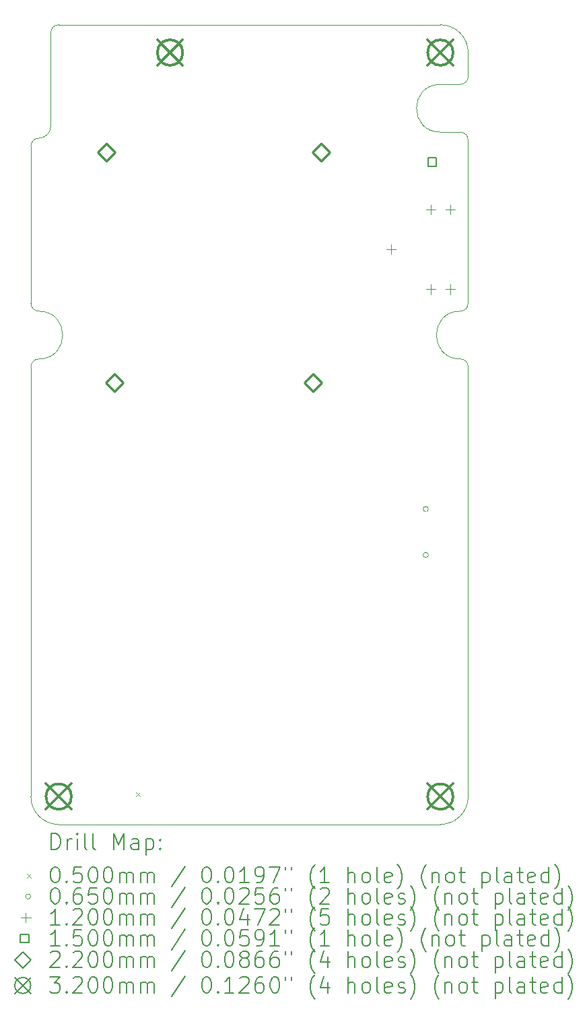
<source format=gbr>
%TF.GenerationSoftware,KiCad,Pcbnew,9.0.2*%
%TF.CreationDate,2025-06-22T20:43:31-06:00*%
%TF.ProjectId,OSS Radio Hardware Design,4f535320-5261-4646-996f-204861726477,rev?*%
%TF.SameCoordinates,Original*%
%TF.FileFunction,Drillmap*%
%TF.FilePolarity,Positive*%
%FSLAX45Y45*%
G04 Gerber Fmt 4.5, Leading zero omitted, Abs format (unit mm)*
G04 Created by KiCad (PCBNEW 9.0.2) date 2025-06-22 20:43:31*
%MOMM*%
%LPD*%
G01*
G04 APERTURE LIST*
%ADD10C,0.050000*%
%ADD11C,0.200000*%
%ADD12C,0.100000*%
%ADD13C,0.120000*%
%ADD14C,0.150000*%
%ADD15C,0.220000*%
%ADD16C,0.320000*%
G04 APERTURE END LIST*
D10*
X11100000Y-4600000D02*
G75*
G02*
X11450000Y-4950000I0J-350000D01*
G01*
X11100000Y-5950000D02*
G75*
G02*
X11100000Y-5350000I0J300000D01*
G01*
X11350000Y-8800000D02*
G75*
G02*
X11350000Y-8200000I0J300000D01*
G01*
X11450000Y-14300000D02*
G75*
G02*
X11100000Y-14650000I-350000J0D01*
G01*
X11450000Y-5250000D02*
G75*
G02*
X11350000Y-5350000I-100000J0D01*
G01*
X11450000Y-8100000D02*
G75*
G02*
X11350000Y-8200000I-100000J0D01*
G01*
X5950000Y-6125000D02*
G75*
G02*
X6050000Y-6025000I100000J0D01*
G01*
X11350000Y-5350000D02*
X11100000Y-5350000D01*
X11100000Y-5950000D02*
X11350000Y-5950000D01*
X11450000Y-8900000D02*
X11450000Y-14300000D01*
X11450000Y-8100000D02*
X11450000Y-6050000D01*
X6200000Y-4700000D02*
G75*
G02*
X6300000Y-4600000I100000J0D01*
G01*
X6050000Y-8200000D02*
G75*
G02*
X5950000Y-8100000I0J100000D01*
G01*
X5950000Y-8900000D02*
G75*
G02*
X6050000Y-8800000I100000J0D01*
G01*
X11100000Y-14650000D02*
X6300000Y-14650000D01*
X11350000Y-8800000D02*
G75*
G02*
X11450000Y-8900000I0J-100000D01*
G01*
X6200000Y-5875000D02*
X6200000Y-4700000D01*
X11350000Y-5950000D02*
G75*
G02*
X11450000Y-6050000I0J-100000D01*
G01*
X6050000Y-8200000D02*
G75*
G02*
X6050000Y-8800000I0J-300000D01*
G01*
X5950000Y-8100000D02*
X5950000Y-6125000D01*
X6300000Y-14650000D02*
G75*
G02*
X5950000Y-14300000I0J350000D01*
G01*
X5950000Y-14300000D02*
X5950000Y-8900000D01*
X6300000Y-4600000D02*
X11100000Y-4600000D01*
X11450000Y-5250000D02*
X11450000Y-4950000D01*
X6200000Y-5875000D02*
G75*
G02*
X6050000Y-6025000I-150000J0D01*
G01*
D11*
D12*
X7275000Y-14246000D02*
X7325000Y-14296000D01*
X7325000Y-14246000D02*
X7275000Y-14296000D01*
X10949500Y-10686000D02*
G75*
G02*
X10884500Y-10686000I-32500J0D01*
G01*
X10884500Y-10686000D02*
G75*
G02*
X10949500Y-10686000I32500J0D01*
G01*
X10949500Y-11264000D02*
G75*
G02*
X10884500Y-11264000I-32500J0D01*
G01*
X10884500Y-11264000D02*
G75*
G02*
X10949500Y-11264000I32500J0D01*
G01*
D13*
X10477500Y-7365000D02*
X10477500Y-7485000D01*
X10417500Y-7425000D02*
X10537500Y-7425000D01*
X10977500Y-6865000D02*
X10977500Y-6985000D01*
X10917500Y-6925000D02*
X11037500Y-6925000D01*
X10977500Y-7865000D02*
X10977500Y-7985000D01*
X10917500Y-7925000D02*
X11037500Y-7925000D01*
X11227500Y-6865000D02*
X11227500Y-6985000D01*
X11167500Y-6925000D02*
X11287500Y-6925000D01*
X11227500Y-7865000D02*
X11227500Y-7985000D01*
X11167500Y-7925000D02*
X11287500Y-7925000D01*
D14*
X11050534Y-6378033D02*
X11050534Y-6271966D01*
X10944467Y-6271966D01*
X10944467Y-6378033D01*
X11050534Y-6378033D01*
D15*
X6900000Y-6310000D02*
X7010000Y-6200000D01*
X6900000Y-6090000D01*
X6790000Y-6200000D01*
X6900000Y-6310000D01*
X7000000Y-9210000D02*
X7110000Y-9100000D01*
X7000000Y-8990000D01*
X6890000Y-9100000D01*
X7000000Y-9210000D01*
X9500000Y-9210000D02*
X9610000Y-9100000D01*
X9500000Y-8990000D01*
X9390000Y-9100000D01*
X9500000Y-9210000D01*
X9600000Y-6310000D02*
X9710000Y-6200000D01*
X9600000Y-6090000D01*
X9490000Y-6200000D01*
X9600000Y-6310000D01*
D16*
X6140000Y-14140000D02*
X6460000Y-14460000D01*
X6460000Y-14140000D02*
X6140000Y-14460000D01*
X6460000Y-14300000D02*
G75*
G02*
X6140000Y-14300000I-160000J0D01*
G01*
X6140000Y-14300000D02*
G75*
G02*
X6460000Y-14300000I160000J0D01*
G01*
X7540000Y-4790000D02*
X7860000Y-5110000D01*
X7860000Y-4790000D02*
X7540000Y-5110000D01*
X7860000Y-4950000D02*
G75*
G02*
X7540000Y-4950000I-160000J0D01*
G01*
X7540000Y-4950000D02*
G75*
G02*
X7860000Y-4950000I160000J0D01*
G01*
X10940000Y-4790000D02*
X11260000Y-5110000D01*
X11260000Y-4790000D02*
X10940000Y-5110000D01*
X11260000Y-4950000D02*
G75*
G02*
X10940000Y-4950000I-160000J0D01*
G01*
X10940000Y-4950000D02*
G75*
G02*
X11260000Y-4950000I160000J0D01*
G01*
X10940000Y-14140000D02*
X11260000Y-14460000D01*
X11260000Y-14140000D02*
X10940000Y-14460000D01*
X11260000Y-14300000D02*
G75*
G02*
X10940000Y-14300000I-160000J0D01*
G01*
X10940000Y-14300000D02*
G75*
G02*
X11260000Y-14300000I160000J0D01*
G01*
D11*
X6208277Y-14963984D02*
X6208277Y-14763984D01*
X6208277Y-14763984D02*
X6255896Y-14763984D01*
X6255896Y-14763984D02*
X6284467Y-14773508D01*
X6284467Y-14773508D02*
X6303515Y-14792555D01*
X6303515Y-14792555D02*
X6313039Y-14811603D01*
X6313039Y-14811603D02*
X6322562Y-14849698D01*
X6322562Y-14849698D02*
X6322562Y-14878269D01*
X6322562Y-14878269D02*
X6313039Y-14916365D01*
X6313039Y-14916365D02*
X6303515Y-14935412D01*
X6303515Y-14935412D02*
X6284467Y-14954460D01*
X6284467Y-14954460D02*
X6255896Y-14963984D01*
X6255896Y-14963984D02*
X6208277Y-14963984D01*
X6408277Y-14963984D02*
X6408277Y-14830650D01*
X6408277Y-14868746D02*
X6417801Y-14849698D01*
X6417801Y-14849698D02*
X6427324Y-14840174D01*
X6427324Y-14840174D02*
X6446372Y-14830650D01*
X6446372Y-14830650D02*
X6465420Y-14830650D01*
X6532086Y-14963984D02*
X6532086Y-14830650D01*
X6532086Y-14763984D02*
X6522562Y-14773508D01*
X6522562Y-14773508D02*
X6532086Y-14783031D01*
X6532086Y-14783031D02*
X6541610Y-14773508D01*
X6541610Y-14773508D02*
X6532086Y-14763984D01*
X6532086Y-14763984D02*
X6532086Y-14783031D01*
X6655896Y-14963984D02*
X6636848Y-14954460D01*
X6636848Y-14954460D02*
X6627324Y-14935412D01*
X6627324Y-14935412D02*
X6627324Y-14763984D01*
X6760658Y-14963984D02*
X6741610Y-14954460D01*
X6741610Y-14954460D02*
X6732086Y-14935412D01*
X6732086Y-14935412D02*
X6732086Y-14763984D01*
X6989229Y-14963984D02*
X6989229Y-14763984D01*
X6989229Y-14763984D02*
X7055896Y-14906841D01*
X7055896Y-14906841D02*
X7122562Y-14763984D01*
X7122562Y-14763984D02*
X7122562Y-14963984D01*
X7303515Y-14963984D02*
X7303515Y-14859222D01*
X7303515Y-14859222D02*
X7293991Y-14840174D01*
X7293991Y-14840174D02*
X7274943Y-14830650D01*
X7274943Y-14830650D02*
X7236848Y-14830650D01*
X7236848Y-14830650D02*
X7217801Y-14840174D01*
X7303515Y-14954460D02*
X7284467Y-14963984D01*
X7284467Y-14963984D02*
X7236848Y-14963984D01*
X7236848Y-14963984D02*
X7217801Y-14954460D01*
X7217801Y-14954460D02*
X7208277Y-14935412D01*
X7208277Y-14935412D02*
X7208277Y-14916365D01*
X7208277Y-14916365D02*
X7217801Y-14897317D01*
X7217801Y-14897317D02*
X7236848Y-14887793D01*
X7236848Y-14887793D02*
X7284467Y-14887793D01*
X7284467Y-14887793D02*
X7303515Y-14878269D01*
X7398753Y-14830650D02*
X7398753Y-15030650D01*
X7398753Y-14840174D02*
X7417801Y-14830650D01*
X7417801Y-14830650D02*
X7455896Y-14830650D01*
X7455896Y-14830650D02*
X7474943Y-14840174D01*
X7474943Y-14840174D02*
X7484467Y-14849698D01*
X7484467Y-14849698D02*
X7493991Y-14868746D01*
X7493991Y-14868746D02*
X7493991Y-14925888D01*
X7493991Y-14925888D02*
X7484467Y-14944936D01*
X7484467Y-14944936D02*
X7474943Y-14954460D01*
X7474943Y-14954460D02*
X7455896Y-14963984D01*
X7455896Y-14963984D02*
X7417801Y-14963984D01*
X7417801Y-14963984D02*
X7398753Y-14954460D01*
X7579705Y-14944936D02*
X7589229Y-14954460D01*
X7589229Y-14954460D02*
X7579705Y-14963984D01*
X7579705Y-14963984D02*
X7570182Y-14954460D01*
X7570182Y-14954460D02*
X7579705Y-14944936D01*
X7579705Y-14944936D02*
X7579705Y-14963984D01*
X7579705Y-14840174D02*
X7589229Y-14849698D01*
X7589229Y-14849698D02*
X7579705Y-14859222D01*
X7579705Y-14859222D02*
X7570182Y-14849698D01*
X7570182Y-14849698D02*
X7579705Y-14840174D01*
X7579705Y-14840174D02*
X7579705Y-14859222D01*
D12*
X5897500Y-15267500D02*
X5947500Y-15317500D01*
X5947500Y-15267500D02*
X5897500Y-15317500D01*
D11*
X6246372Y-15183984D02*
X6265420Y-15183984D01*
X6265420Y-15183984D02*
X6284467Y-15193508D01*
X6284467Y-15193508D02*
X6293991Y-15203031D01*
X6293991Y-15203031D02*
X6303515Y-15222079D01*
X6303515Y-15222079D02*
X6313039Y-15260174D01*
X6313039Y-15260174D02*
X6313039Y-15307793D01*
X6313039Y-15307793D02*
X6303515Y-15345888D01*
X6303515Y-15345888D02*
X6293991Y-15364936D01*
X6293991Y-15364936D02*
X6284467Y-15374460D01*
X6284467Y-15374460D02*
X6265420Y-15383984D01*
X6265420Y-15383984D02*
X6246372Y-15383984D01*
X6246372Y-15383984D02*
X6227324Y-15374460D01*
X6227324Y-15374460D02*
X6217801Y-15364936D01*
X6217801Y-15364936D02*
X6208277Y-15345888D01*
X6208277Y-15345888D02*
X6198753Y-15307793D01*
X6198753Y-15307793D02*
X6198753Y-15260174D01*
X6198753Y-15260174D02*
X6208277Y-15222079D01*
X6208277Y-15222079D02*
X6217801Y-15203031D01*
X6217801Y-15203031D02*
X6227324Y-15193508D01*
X6227324Y-15193508D02*
X6246372Y-15183984D01*
X6398753Y-15364936D02*
X6408277Y-15374460D01*
X6408277Y-15374460D02*
X6398753Y-15383984D01*
X6398753Y-15383984D02*
X6389229Y-15374460D01*
X6389229Y-15374460D02*
X6398753Y-15364936D01*
X6398753Y-15364936D02*
X6398753Y-15383984D01*
X6589229Y-15183984D02*
X6493991Y-15183984D01*
X6493991Y-15183984D02*
X6484467Y-15279222D01*
X6484467Y-15279222D02*
X6493991Y-15269698D01*
X6493991Y-15269698D02*
X6513039Y-15260174D01*
X6513039Y-15260174D02*
X6560658Y-15260174D01*
X6560658Y-15260174D02*
X6579705Y-15269698D01*
X6579705Y-15269698D02*
X6589229Y-15279222D01*
X6589229Y-15279222D02*
X6598753Y-15298269D01*
X6598753Y-15298269D02*
X6598753Y-15345888D01*
X6598753Y-15345888D02*
X6589229Y-15364936D01*
X6589229Y-15364936D02*
X6579705Y-15374460D01*
X6579705Y-15374460D02*
X6560658Y-15383984D01*
X6560658Y-15383984D02*
X6513039Y-15383984D01*
X6513039Y-15383984D02*
X6493991Y-15374460D01*
X6493991Y-15374460D02*
X6484467Y-15364936D01*
X6722562Y-15183984D02*
X6741610Y-15183984D01*
X6741610Y-15183984D02*
X6760658Y-15193508D01*
X6760658Y-15193508D02*
X6770182Y-15203031D01*
X6770182Y-15203031D02*
X6779705Y-15222079D01*
X6779705Y-15222079D02*
X6789229Y-15260174D01*
X6789229Y-15260174D02*
X6789229Y-15307793D01*
X6789229Y-15307793D02*
X6779705Y-15345888D01*
X6779705Y-15345888D02*
X6770182Y-15364936D01*
X6770182Y-15364936D02*
X6760658Y-15374460D01*
X6760658Y-15374460D02*
X6741610Y-15383984D01*
X6741610Y-15383984D02*
X6722562Y-15383984D01*
X6722562Y-15383984D02*
X6703515Y-15374460D01*
X6703515Y-15374460D02*
X6693991Y-15364936D01*
X6693991Y-15364936D02*
X6684467Y-15345888D01*
X6684467Y-15345888D02*
X6674943Y-15307793D01*
X6674943Y-15307793D02*
X6674943Y-15260174D01*
X6674943Y-15260174D02*
X6684467Y-15222079D01*
X6684467Y-15222079D02*
X6693991Y-15203031D01*
X6693991Y-15203031D02*
X6703515Y-15193508D01*
X6703515Y-15193508D02*
X6722562Y-15183984D01*
X6913039Y-15183984D02*
X6932086Y-15183984D01*
X6932086Y-15183984D02*
X6951134Y-15193508D01*
X6951134Y-15193508D02*
X6960658Y-15203031D01*
X6960658Y-15203031D02*
X6970182Y-15222079D01*
X6970182Y-15222079D02*
X6979705Y-15260174D01*
X6979705Y-15260174D02*
X6979705Y-15307793D01*
X6979705Y-15307793D02*
X6970182Y-15345888D01*
X6970182Y-15345888D02*
X6960658Y-15364936D01*
X6960658Y-15364936D02*
X6951134Y-15374460D01*
X6951134Y-15374460D02*
X6932086Y-15383984D01*
X6932086Y-15383984D02*
X6913039Y-15383984D01*
X6913039Y-15383984D02*
X6893991Y-15374460D01*
X6893991Y-15374460D02*
X6884467Y-15364936D01*
X6884467Y-15364936D02*
X6874943Y-15345888D01*
X6874943Y-15345888D02*
X6865420Y-15307793D01*
X6865420Y-15307793D02*
X6865420Y-15260174D01*
X6865420Y-15260174D02*
X6874943Y-15222079D01*
X6874943Y-15222079D02*
X6884467Y-15203031D01*
X6884467Y-15203031D02*
X6893991Y-15193508D01*
X6893991Y-15193508D02*
X6913039Y-15183984D01*
X7065420Y-15383984D02*
X7065420Y-15250650D01*
X7065420Y-15269698D02*
X7074943Y-15260174D01*
X7074943Y-15260174D02*
X7093991Y-15250650D01*
X7093991Y-15250650D02*
X7122563Y-15250650D01*
X7122563Y-15250650D02*
X7141610Y-15260174D01*
X7141610Y-15260174D02*
X7151134Y-15279222D01*
X7151134Y-15279222D02*
X7151134Y-15383984D01*
X7151134Y-15279222D02*
X7160658Y-15260174D01*
X7160658Y-15260174D02*
X7179705Y-15250650D01*
X7179705Y-15250650D02*
X7208277Y-15250650D01*
X7208277Y-15250650D02*
X7227324Y-15260174D01*
X7227324Y-15260174D02*
X7236848Y-15279222D01*
X7236848Y-15279222D02*
X7236848Y-15383984D01*
X7332086Y-15383984D02*
X7332086Y-15250650D01*
X7332086Y-15269698D02*
X7341610Y-15260174D01*
X7341610Y-15260174D02*
X7360658Y-15250650D01*
X7360658Y-15250650D02*
X7389229Y-15250650D01*
X7389229Y-15250650D02*
X7408277Y-15260174D01*
X7408277Y-15260174D02*
X7417801Y-15279222D01*
X7417801Y-15279222D02*
X7417801Y-15383984D01*
X7417801Y-15279222D02*
X7427324Y-15260174D01*
X7427324Y-15260174D02*
X7446372Y-15250650D01*
X7446372Y-15250650D02*
X7474943Y-15250650D01*
X7474943Y-15250650D02*
X7493991Y-15260174D01*
X7493991Y-15260174D02*
X7503515Y-15279222D01*
X7503515Y-15279222D02*
X7503515Y-15383984D01*
X7893991Y-15174460D02*
X7722563Y-15431603D01*
X8151134Y-15183984D02*
X8170182Y-15183984D01*
X8170182Y-15183984D02*
X8189229Y-15193508D01*
X8189229Y-15193508D02*
X8198753Y-15203031D01*
X8198753Y-15203031D02*
X8208277Y-15222079D01*
X8208277Y-15222079D02*
X8217801Y-15260174D01*
X8217801Y-15260174D02*
X8217801Y-15307793D01*
X8217801Y-15307793D02*
X8208277Y-15345888D01*
X8208277Y-15345888D02*
X8198753Y-15364936D01*
X8198753Y-15364936D02*
X8189229Y-15374460D01*
X8189229Y-15374460D02*
X8170182Y-15383984D01*
X8170182Y-15383984D02*
X8151134Y-15383984D01*
X8151134Y-15383984D02*
X8132086Y-15374460D01*
X8132086Y-15374460D02*
X8122563Y-15364936D01*
X8122563Y-15364936D02*
X8113039Y-15345888D01*
X8113039Y-15345888D02*
X8103515Y-15307793D01*
X8103515Y-15307793D02*
X8103515Y-15260174D01*
X8103515Y-15260174D02*
X8113039Y-15222079D01*
X8113039Y-15222079D02*
X8122563Y-15203031D01*
X8122563Y-15203031D02*
X8132086Y-15193508D01*
X8132086Y-15193508D02*
X8151134Y-15183984D01*
X8303515Y-15364936D02*
X8313039Y-15374460D01*
X8313039Y-15374460D02*
X8303515Y-15383984D01*
X8303515Y-15383984D02*
X8293991Y-15374460D01*
X8293991Y-15374460D02*
X8303515Y-15364936D01*
X8303515Y-15364936D02*
X8303515Y-15383984D01*
X8436848Y-15183984D02*
X8455896Y-15183984D01*
X8455896Y-15183984D02*
X8474944Y-15193508D01*
X8474944Y-15193508D02*
X8484468Y-15203031D01*
X8484468Y-15203031D02*
X8493991Y-15222079D01*
X8493991Y-15222079D02*
X8503515Y-15260174D01*
X8503515Y-15260174D02*
X8503515Y-15307793D01*
X8503515Y-15307793D02*
X8493991Y-15345888D01*
X8493991Y-15345888D02*
X8484468Y-15364936D01*
X8484468Y-15364936D02*
X8474944Y-15374460D01*
X8474944Y-15374460D02*
X8455896Y-15383984D01*
X8455896Y-15383984D02*
X8436848Y-15383984D01*
X8436848Y-15383984D02*
X8417801Y-15374460D01*
X8417801Y-15374460D02*
X8408277Y-15364936D01*
X8408277Y-15364936D02*
X8398753Y-15345888D01*
X8398753Y-15345888D02*
X8389229Y-15307793D01*
X8389229Y-15307793D02*
X8389229Y-15260174D01*
X8389229Y-15260174D02*
X8398753Y-15222079D01*
X8398753Y-15222079D02*
X8408277Y-15203031D01*
X8408277Y-15203031D02*
X8417801Y-15193508D01*
X8417801Y-15193508D02*
X8436848Y-15183984D01*
X8693991Y-15383984D02*
X8579706Y-15383984D01*
X8636848Y-15383984D02*
X8636848Y-15183984D01*
X8636848Y-15183984D02*
X8617801Y-15212555D01*
X8617801Y-15212555D02*
X8598753Y-15231603D01*
X8598753Y-15231603D02*
X8579706Y-15241127D01*
X8789229Y-15383984D02*
X8827325Y-15383984D01*
X8827325Y-15383984D02*
X8846372Y-15374460D01*
X8846372Y-15374460D02*
X8855896Y-15364936D01*
X8855896Y-15364936D02*
X8874944Y-15336365D01*
X8874944Y-15336365D02*
X8884468Y-15298269D01*
X8884468Y-15298269D02*
X8884468Y-15222079D01*
X8884468Y-15222079D02*
X8874944Y-15203031D01*
X8874944Y-15203031D02*
X8865420Y-15193508D01*
X8865420Y-15193508D02*
X8846372Y-15183984D01*
X8846372Y-15183984D02*
X8808277Y-15183984D01*
X8808277Y-15183984D02*
X8789229Y-15193508D01*
X8789229Y-15193508D02*
X8779706Y-15203031D01*
X8779706Y-15203031D02*
X8770182Y-15222079D01*
X8770182Y-15222079D02*
X8770182Y-15269698D01*
X8770182Y-15269698D02*
X8779706Y-15288746D01*
X8779706Y-15288746D02*
X8789229Y-15298269D01*
X8789229Y-15298269D02*
X8808277Y-15307793D01*
X8808277Y-15307793D02*
X8846372Y-15307793D01*
X8846372Y-15307793D02*
X8865420Y-15298269D01*
X8865420Y-15298269D02*
X8874944Y-15288746D01*
X8874944Y-15288746D02*
X8884468Y-15269698D01*
X8951134Y-15183984D02*
X9084468Y-15183984D01*
X9084468Y-15183984D02*
X8998753Y-15383984D01*
X9151134Y-15183984D02*
X9151134Y-15222079D01*
X9227325Y-15183984D02*
X9227325Y-15222079D01*
X9522563Y-15460174D02*
X9513039Y-15450650D01*
X9513039Y-15450650D02*
X9493991Y-15422079D01*
X9493991Y-15422079D02*
X9484468Y-15403031D01*
X9484468Y-15403031D02*
X9474944Y-15374460D01*
X9474944Y-15374460D02*
X9465420Y-15326841D01*
X9465420Y-15326841D02*
X9465420Y-15288746D01*
X9465420Y-15288746D02*
X9474944Y-15241127D01*
X9474944Y-15241127D02*
X9484468Y-15212555D01*
X9484468Y-15212555D02*
X9493991Y-15193508D01*
X9493991Y-15193508D02*
X9513039Y-15164936D01*
X9513039Y-15164936D02*
X9522563Y-15155412D01*
X9703515Y-15383984D02*
X9589230Y-15383984D01*
X9646372Y-15383984D02*
X9646372Y-15183984D01*
X9646372Y-15183984D02*
X9627325Y-15212555D01*
X9627325Y-15212555D02*
X9608277Y-15231603D01*
X9608277Y-15231603D02*
X9589230Y-15241127D01*
X9941611Y-15383984D02*
X9941611Y-15183984D01*
X10027325Y-15383984D02*
X10027325Y-15279222D01*
X10027325Y-15279222D02*
X10017801Y-15260174D01*
X10017801Y-15260174D02*
X9998753Y-15250650D01*
X9998753Y-15250650D02*
X9970182Y-15250650D01*
X9970182Y-15250650D02*
X9951134Y-15260174D01*
X9951134Y-15260174D02*
X9941611Y-15269698D01*
X10151134Y-15383984D02*
X10132087Y-15374460D01*
X10132087Y-15374460D02*
X10122563Y-15364936D01*
X10122563Y-15364936D02*
X10113039Y-15345888D01*
X10113039Y-15345888D02*
X10113039Y-15288746D01*
X10113039Y-15288746D02*
X10122563Y-15269698D01*
X10122563Y-15269698D02*
X10132087Y-15260174D01*
X10132087Y-15260174D02*
X10151134Y-15250650D01*
X10151134Y-15250650D02*
X10179706Y-15250650D01*
X10179706Y-15250650D02*
X10198753Y-15260174D01*
X10198753Y-15260174D02*
X10208277Y-15269698D01*
X10208277Y-15269698D02*
X10217801Y-15288746D01*
X10217801Y-15288746D02*
X10217801Y-15345888D01*
X10217801Y-15345888D02*
X10208277Y-15364936D01*
X10208277Y-15364936D02*
X10198753Y-15374460D01*
X10198753Y-15374460D02*
X10179706Y-15383984D01*
X10179706Y-15383984D02*
X10151134Y-15383984D01*
X10332087Y-15383984D02*
X10313039Y-15374460D01*
X10313039Y-15374460D02*
X10303515Y-15355412D01*
X10303515Y-15355412D02*
X10303515Y-15183984D01*
X10484468Y-15374460D02*
X10465420Y-15383984D01*
X10465420Y-15383984D02*
X10427325Y-15383984D01*
X10427325Y-15383984D02*
X10408277Y-15374460D01*
X10408277Y-15374460D02*
X10398753Y-15355412D01*
X10398753Y-15355412D02*
X10398753Y-15279222D01*
X10398753Y-15279222D02*
X10408277Y-15260174D01*
X10408277Y-15260174D02*
X10427325Y-15250650D01*
X10427325Y-15250650D02*
X10465420Y-15250650D01*
X10465420Y-15250650D02*
X10484468Y-15260174D01*
X10484468Y-15260174D02*
X10493992Y-15279222D01*
X10493992Y-15279222D02*
X10493992Y-15298269D01*
X10493992Y-15298269D02*
X10398753Y-15317317D01*
X10560658Y-15460174D02*
X10570182Y-15450650D01*
X10570182Y-15450650D02*
X10589230Y-15422079D01*
X10589230Y-15422079D02*
X10598753Y-15403031D01*
X10598753Y-15403031D02*
X10608277Y-15374460D01*
X10608277Y-15374460D02*
X10617801Y-15326841D01*
X10617801Y-15326841D02*
X10617801Y-15288746D01*
X10617801Y-15288746D02*
X10608277Y-15241127D01*
X10608277Y-15241127D02*
X10598753Y-15212555D01*
X10598753Y-15212555D02*
X10589230Y-15193508D01*
X10589230Y-15193508D02*
X10570182Y-15164936D01*
X10570182Y-15164936D02*
X10560658Y-15155412D01*
X10922563Y-15460174D02*
X10913039Y-15450650D01*
X10913039Y-15450650D02*
X10893992Y-15422079D01*
X10893992Y-15422079D02*
X10884468Y-15403031D01*
X10884468Y-15403031D02*
X10874944Y-15374460D01*
X10874944Y-15374460D02*
X10865420Y-15326841D01*
X10865420Y-15326841D02*
X10865420Y-15288746D01*
X10865420Y-15288746D02*
X10874944Y-15241127D01*
X10874944Y-15241127D02*
X10884468Y-15212555D01*
X10884468Y-15212555D02*
X10893992Y-15193508D01*
X10893992Y-15193508D02*
X10913039Y-15164936D01*
X10913039Y-15164936D02*
X10922563Y-15155412D01*
X10998753Y-15250650D02*
X10998753Y-15383984D01*
X10998753Y-15269698D02*
X11008277Y-15260174D01*
X11008277Y-15260174D02*
X11027325Y-15250650D01*
X11027325Y-15250650D02*
X11055896Y-15250650D01*
X11055896Y-15250650D02*
X11074944Y-15260174D01*
X11074944Y-15260174D02*
X11084468Y-15279222D01*
X11084468Y-15279222D02*
X11084468Y-15383984D01*
X11208277Y-15383984D02*
X11189230Y-15374460D01*
X11189230Y-15374460D02*
X11179706Y-15364936D01*
X11179706Y-15364936D02*
X11170182Y-15345888D01*
X11170182Y-15345888D02*
X11170182Y-15288746D01*
X11170182Y-15288746D02*
X11179706Y-15269698D01*
X11179706Y-15269698D02*
X11189230Y-15260174D01*
X11189230Y-15260174D02*
X11208277Y-15250650D01*
X11208277Y-15250650D02*
X11236849Y-15250650D01*
X11236849Y-15250650D02*
X11255896Y-15260174D01*
X11255896Y-15260174D02*
X11265420Y-15269698D01*
X11265420Y-15269698D02*
X11274944Y-15288746D01*
X11274944Y-15288746D02*
X11274944Y-15345888D01*
X11274944Y-15345888D02*
X11265420Y-15364936D01*
X11265420Y-15364936D02*
X11255896Y-15374460D01*
X11255896Y-15374460D02*
X11236849Y-15383984D01*
X11236849Y-15383984D02*
X11208277Y-15383984D01*
X11332087Y-15250650D02*
X11408277Y-15250650D01*
X11360658Y-15183984D02*
X11360658Y-15355412D01*
X11360658Y-15355412D02*
X11370182Y-15374460D01*
X11370182Y-15374460D02*
X11389230Y-15383984D01*
X11389230Y-15383984D02*
X11408277Y-15383984D01*
X11627325Y-15250650D02*
X11627325Y-15450650D01*
X11627325Y-15260174D02*
X11646372Y-15250650D01*
X11646372Y-15250650D02*
X11684468Y-15250650D01*
X11684468Y-15250650D02*
X11703515Y-15260174D01*
X11703515Y-15260174D02*
X11713039Y-15269698D01*
X11713039Y-15269698D02*
X11722563Y-15288746D01*
X11722563Y-15288746D02*
X11722563Y-15345888D01*
X11722563Y-15345888D02*
X11713039Y-15364936D01*
X11713039Y-15364936D02*
X11703515Y-15374460D01*
X11703515Y-15374460D02*
X11684468Y-15383984D01*
X11684468Y-15383984D02*
X11646372Y-15383984D01*
X11646372Y-15383984D02*
X11627325Y-15374460D01*
X11836849Y-15383984D02*
X11817801Y-15374460D01*
X11817801Y-15374460D02*
X11808277Y-15355412D01*
X11808277Y-15355412D02*
X11808277Y-15183984D01*
X11998753Y-15383984D02*
X11998753Y-15279222D01*
X11998753Y-15279222D02*
X11989230Y-15260174D01*
X11989230Y-15260174D02*
X11970182Y-15250650D01*
X11970182Y-15250650D02*
X11932087Y-15250650D01*
X11932087Y-15250650D02*
X11913039Y-15260174D01*
X11998753Y-15374460D02*
X11979706Y-15383984D01*
X11979706Y-15383984D02*
X11932087Y-15383984D01*
X11932087Y-15383984D02*
X11913039Y-15374460D01*
X11913039Y-15374460D02*
X11903515Y-15355412D01*
X11903515Y-15355412D02*
X11903515Y-15336365D01*
X11903515Y-15336365D02*
X11913039Y-15317317D01*
X11913039Y-15317317D02*
X11932087Y-15307793D01*
X11932087Y-15307793D02*
X11979706Y-15307793D01*
X11979706Y-15307793D02*
X11998753Y-15298269D01*
X12065420Y-15250650D02*
X12141611Y-15250650D01*
X12093992Y-15183984D02*
X12093992Y-15355412D01*
X12093992Y-15355412D02*
X12103515Y-15374460D01*
X12103515Y-15374460D02*
X12122563Y-15383984D01*
X12122563Y-15383984D02*
X12141611Y-15383984D01*
X12284468Y-15374460D02*
X12265420Y-15383984D01*
X12265420Y-15383984D02*
X12227325Y-15383984D01*
X12227325Y-15383984D02*
X12208277Y-15374460D01*
X12208277Y-15374460D02*
X12198753Y-15355412D01*
X12198753Y-15355412D02*
X12198753Y-15279222D01*
X12198753Y-15279222D02*
X12208277Y-15260174D01*
X12208277Y-15260174D02*
X12227325Y-15250650D01*
X12227325Y-15250650D02*
X12265420Y-15250650D01*
X12265420Y-15250650D02*
X12284468Y-15260174D01*
X12284468Y-15260174D02*
X12293992Y-15279222D01*
X12293992Y-15279222D02*
X12293992Y-15298269D01*
X12293992Y-15298269D02*
X12198753Y-15317317D01*
X12465420Y-15383984D02*
X12465420Y-15183984D01*
X12465420Y-15374460D02*
X12446373Y-15383984D01*
X12446373Y-15383984D02*
X12408277Y-15383984D01*
X12408277Y-15383984D02*
X12389230Y-15374460D01*
X12389230Y-15374460D02*
X12379706Y-15364936D01*
X12379706Y-15364936D02*
X12370182Y-15345888D01*
X12370182Y-15345888D02*
X12370182Y-15288746D01*
X12370182Y-15288746D02*
X12379706Y-15269698D01*
X12379706Y-15269698D02*
X12389230Y-15260174D01*
X12389230Y-15260174D02*
X12408277Y-15250650D01*
X12408277Y-15250650D02*
X12446373Y-15250650D01*
X12446373Y-15250650D02*
X12465420Y-15260174D01*
X12541611Y-15460174D02*
X12551134Y-15450650D01*
X12551134Y-15450650D02*
X12570182Y-15422079D01*
X12570182Y-15422079D02*
X12579706Y-15403031D01*
X12579706Y-15403031D02*
X12589230Y-15374460D01*
X12589230Y-15374460D02*
X12598753Y-15326841D01*
X12598753Y-15326841D02*
X12598753Y-15288746D01*
X12598753Y-15288746D02*
X12589230Y-15241127D01*
X12589230Y-15241127D02*
X12579706Y-15212555D01*
X12579706Y-15212555D02*
X12570182Y-15193508D01*
X12570182Y-15193508D02*
X12551134Y-15164936D01*
X12551134Y-15164936D02*
X12541611Y-15155412D01*
D12*
X5947500Y-15556500D02*
G75*
G02*
X5882500Y-15556500I-32500J0D01*
G01*
X5882500Y-15556500D02*
G75*
G02*
X5947500Y-15556500I32500J0D01*
G01*
D11*
X6246372Y-15447984D02*
X6265420Y-15447984D01*
X6265420Y-15447984D02*
X6284467Y-15457508D01*
X6284467Y-15457508D02*
X6293991Y-15467031D01*
X6293991Y-15467031D02*
X6303515Y-15486079D01*
X6303515Y-15486079D02*
X6313039Y-15524174D01*
X6313039Y-15524174D02*
X6313039Y-15571793D01*
X6313039Y-15571793D02*
X6303515Y-15609888D01*
X6303515Y-15609888D02*
X6293991Y-15628936D01*
X6293991Y-15628936D02*
X6284467Y-15638460D01*
X6284467Y-15638460D02*
X6265420Y-15647984D01*
X6265420Y-15647984D02*
X6246372Y-15647984D01*
X6246372Y-15647984D02*
X6227324Y-15638460D01*
X6227324Y-15638460D02*
X6217801Y-15628936D01*
X6217801Y-15628936D02*
X6208277Y-15609888D01*
X6208277Y-15609888D02*
X6198753Y-15571793D01*
X6198753Y-15571793D02*
X6198753Y-15524174D01*
X6198753Y-15524174D02*
X6208277Y-15486079D01*
X6208277Y-15486079D02*
X6217801Y-15467031D01*
X6217801Y-15467031D02*
X6227324Y-15457508D01*
X6227324Y-15457508D02*
X6246372Y-15447984D01*
X6398753Y-15628936D02*
X6408277Y-15638460D01*
X6408277Y-15638460D02*
X6398753Y-15647984D01*
X6398753Y-15647984D02*
X6389229Y-15638460D01*
X6389229Y-15638460D02*
X6398753Y-15628936D01*
X6398753Y-15628936D02*
X6398753Y-15647984D01*
X6579705Y-15447984D02*
X6541610Y-15447984D01*
X6541610Y-15447984D02*
X6522562Y-15457508D01*
X6522562Y-15457508D02*
X6513039Y-15467031D01*
X6513039Y-15467031D02*
X6493991Y-15495603D01*
X6493991Y-15495603D02*
X6484467Y-15533698D01*
X6484467Y-15533698D02*
X6484467Y-15609888D01*
X6484467Y-15609888D02*
X6493991Y-15628936D01*
X6493991Y-15628936D02*
X6503515Y-15638460D01*
X6503515Y-15638460D02*
X6522562Y-15647984D01*
X6522562Y-15647984D02*
X6560658Y-15647984D01*
X6560658Y-15647984D02*
X6579705Y-15638460D01*
X6579705Y-15638460D02*
X6589229Y-15628936D01*
X6589229Y-15628936D02*
X6598753Y-15609888D01*
X6598753Y-15609888D02*
X6598753Y-15562269D01*
X6598753Y-15562269D02*
X6589229Y-15543222D01*
X6589229Y-15543222D02*
X6579705Y-15533698D01*
X6579705Y-15533698D02*
X6560658Y-15524174D01*
X6560658Y-15524174D02*
X6522562Y-15524174D01*
X6522562Y-15524174D02*
X6503515Y-15533698D01*
X6503515Y-15533698D02*
X6493991Y-15543222D01*
X6493991Y-15543222D02*
X6484467Y-15562269D01*
X6779705Y-15447984D02*
X6684467Y-15447984D01*
X6684467Y-15447984D02*
X6674943Y-15543222D01*
X6674943Y-15543222D02*
X6684467Y-15533698D01*
X6684467Y-15533698D02*
X6703515Y-15524174D01*
X6703515Y-15524174D02*
X6751134Y-15524174D01*
X6751134Y-15524174D02*
X6770182Y-15533698D01*
X6770182Y-15533698D02*
X6779705Y-15543222D01*
X6779705Y-15543222D02*
X6789229Y-15562269D01*
X6789229Y-15562269D02*
X6789229Y-15609888D01*
X6789229Y-15609888D02*
X6779705Y-15628936D01*
X6779705Y-15628936D02*
X6770182Y-15638460D01*
X6770182Y-15638460D02*
X6751134Y-15647984D01*
X6751134Y-15647984D02*
X6703515Y-15647984D01*
X6703515Y-15647984D02*
X6684467Y-15638460D01*
X6684467Y-15638460D02*
X6674943Y-15628936D01*
X6913039Y-15447984D02*
X6932086Y-15447984D01*
X6932086Y-15447984D02*
X6951134Y-15457508D01*
X6951134Y-15457508D02*
X6960658Y-15467031D01*
X6960658Y-15467031D02*
X6970182Y-15486079D01*
X6970182Y-15486079D02*
X6979705Y-15524174D01*
X6979705Y-15524174D02*
X6979705Y-15571793D01*
X6979705Y-15571793D02*
X6970182Y-15609888D01*
X6970182Y-15609888D02*
X6960658Y-15628936D01*
X6960658Y-15628936D02*
X6951134Y-15638460D01*
X6951134Y-15638460D02*
X6932086Y-15647984D01*
X6932086Y-15647984D02*
X6913039Y-15647984D01*
X6913039Y-15647984D02*
X6893991Y-15638460D01*
X6893991Y-15638460D02*
X6884467Y-15628936D01*
X6884467Y-15628936D02*
X6874943Y-15609888D01*
X6874943Y-15609888D02*
X6865420Y-15571793D01*
X6865420Y-15571793D02*
X6865420Y-15524174D01*
X6865420Y-15524174D02*
X6874943Y-15486079D01*
X6874943Y-15486079D02*
X6884467Y-15467031D01*
X6884467Y-15467031D02*
X6893991Y-15457508D01*
X6893991Y-15457508D02*
X6913039Y-15447984D01*
X7065420Y-15647984D02*
X7065420Y-15514650D01*
X7065420Y-15533698D02*
X7074943Y-15524174D01*
X7074943Y-15524174D02*
X7093991Y-15514650D01*
X7093991Y-15514650D02*
X7122563Y-15514650D01*
X7122563Y-15514650D02*
X7141610Y-15524174D01*
X7141610Y-15524174D02*
X7151134Y-15543222D01*
X7151134Y-15543222D02*
X7151134Y-15647984D01*
X7151134Y-15543222D02*
X7160658Y-15524174D01*
X7160658Y-15524174D02*
X7179705Y-15514650D01*
X7179705Y-15514650D02*
X7208277Y-15514650D01*
X7208277Y-15514650D02*
X7227324Y-15524174D01*
X7227324Y-15524174D02*
X7236848Y-15543222D01*
X7236848Y-15543222D02*
X7236848Y-15647984D01*
X7332086Y-15647984D02*
X7332086Y-15514650D01*
X7332086Y-15533698D02*
X7341610Y-15524174D01*
X7341610Y-15524174D02*
X7360658Y-15514650D01*
X7360658Y-15514650D02*
X7389229Y-15514650D01*
X7389229Y-15514650D02*
X7408277Y-15524174D01*
X7408277Y-15524174D02*
X7417801Y-15543222D01*
X7417801Y-15543222D02*
X7417801Y-15647984D01*
X7417801Y-15543222D02*
X7427324Y-15524174D01*
X7427324Y-15524174D02*
X7446372Y-15514650D01*
X7446372Y-15514650D02*
X7474943Y-15514650D01*
X7474943Y-15514650D02*
X7493991Y-15524174D01*
X7493991Y-15524174D02*
X7503515Y-15543222D01*
X7503515Y-15543222D02*
X7503515Y-15647984D01*
X7893991Y-15438460D02*
X7722563Y-15695603D01*
X8151134Y-15447984D02*
X8170182Y-15447984D01*
X8170182Y-15447984D02*
X8189229Y-15457508D01*
X8189229Y-15457508D02*
X8198753Y-15467031D01*
X8198753Y-15467031D02*
X8208277Y-15486079D01*
X8208277Y-15486079D02*
X8217801Y-15524174D01*
X8217801Y-15524174D02*
X8217801Y-15571793D01*
X8217801Y-15571793D02*
X8208277Y-15609888D01*
X8208277Y-15609888D02*
X8198753Y-15628936D01*
X8198753Y-15628936D02*
X8189229Y-15638460D01*
X8189229Y-15638460D02*
X8170182Y-15647984D01*
X8170182Y-15647984D02*
X8151134Y-15647984D01*
X8151134Y-15647984D02*
X8132086Y-15638460D01*
X8132086Y-15638460D02*
X8122563Y-15628936D01*
X8122563Y-15628936D02*
X8113039Y-15609888D01*
X8113039Y-15609888D02*
X8103515Y-15571793D01*
X8103515Y-15571793D02*
X8103515Y-15524174D01*
X8103515Y-15524174D02*
X8113039Y-15486079D01*
X8113039Y-15486079D02*
X8122563Y-15467031D01*
X8122563Y-15467031D02*
X8132086Y-15457508D01*
X8132086Y-15457508D02*
X8151134Y-15447984D01*
X8303515Y-15628936D02*
X8313039Y-15638460D01*
X8313039Y-15638460D02*
X8303515Y-15647984D01*
X8303515Y-15647984D02*
X8293991Y-15638460D01*
X8293991Y-15638460D02*
X8303515Y-15628936D01*
X8303515Y-15628936D02*
X8303515Y-15647984D01*
X8436848Y-15447984D02*
X8455896Y-15447984D01*
X8455896Y-15447984D02*
X8474944Y-15457508D01*
X8474944Y-15457508D02*
X8484468Y-15467031D01*
X8484468Y-15467031D02*
X8493991Y-15486079D01*
X8493991Y-15486079D02*
X8503515Y-15524174D01*
X8503515Y-15524174D02*
X8503515Y-15571793D01*
X8503515Y-15571793D02*
X8493991Y-15609888D01*
X8493991Y-15609888D02*
X8484468Y-15628936D01*
X8484468Y-15628936D02*
X8474944Y-15638460D01*
X8474944Y-15638460D02*
X8455896Y-15647984D01*
X8455896Y-15647984D02*
X8436848Y-15647984D01*
X8436848Y-15647984D02*
X8417801Y-15638460D01*
X8417801Y-15638460D02*
X8408277Y-15628936D01*
X8408277Y-15628936D02*
X8398753Y-15609888D01*
X8398753Y-15609888D02*
X8389229Y-15571793D01*
X8389229Y-15571793D02*
X8389229Y-15524174D01*
X8389229Y-15524174D02*
X8398753Y-15486079D01*
X8398753Y-15486079D02*
X8408277Y-15467031D01*
X8408277Y-15467031D02*
X8417801Y-15457508D01*
X8417801Y-15457508D02*
X8436848Y-15447984D01*
X8579706Y-15467031D02*
X8589229Y-15457508D01*
X8589229Y-15457508D02*
X8608277Y-15447984D01*
X8608277Y-15447984D02*
X8655896Y-15447984D01*
X8655896Y-15447984D02*
X8674944Y-15457508D01*
X8674944Y-15457508D02*
X8684468Y-15467031D01*
X8684468Y-15467031D02*
X8693991Y-15486079D01*
X8693991Y-15486079D02*
X8693991Y-15505127D01*
X8693991Y-15505127D02*
X8684468Y-15533698D01*
X8684468Y-15533698D02*
X8570182Y-15647984D01*
X8570182Y-15647984D02*
X8693991Y-15647984D01*
X8874944Y-15447984D02*
X8779706Y-15447984D01*
X8779706Y-15447984D02*
X8770182Y-15543222D01*
X8770182Y-15543222D02*
X8779706Y-15533698D01*
X8779706Y-15533698D02*
X8798753Y-15524174D01*
X8798753Y-15524174D02*
X8846372Y-15524174D01*
X8846372Y-15524174D02*
X8865420Y-15533698D01*
X8865420Y-15533698D02*
X8874944Y-15543222D01*
X8874944Y-15543222D02*
X8884468Y-15562269D01*
X8884468Y-15562269D02*
X8884468Y-15609888D01*
X8884468Y-15609888D02*
X8874944Y-15628936D01*
X8874944Y-15628936D02*
X8865420Y-15638460D01*
X8865420Y-15638460D02*
X8846372Y-15647984D01*
X8846372Y-15647984D02*
X8798753Y-15647984D01*
X8798753Y-15647984D02*
X8779706Y-15638460D01*
X8779706Y-15638460D02*
X8770182Y-15628936D01*
X9055896Y-15447984D02*
X9017801Y-15447984D01*
X9017801Y-15447984D02*
X8998753Y-15457508D01*
X8998753Y-15457508D02*
X8989229Y-15467031D01*
X8989229Y-15467031D02*
X8970182Y-15495603D01*
X8970182Y-15495603D02*
X8960658Y-15533698D01*
X8960658Y-15533698D02*
X8960658Y-15609888D01*
X8960658Y-15609888D02*
X8970182Y-15628936D01*
X8970182Y-15628936D02*
X8979706Y-15638460D01*
X8979706Y-15638460D02*
X8998753Y-15647984D01*
X8998753Y-15647984D02*
X9036849Y-15647984D01*
X9036849Y-15647984D02*
X9055896Y-15638460D01*
X9055896Y-15638460D02*
X9065420Y-15628936D01*
X9065420Y-15628936D02*
X9074944Y-15609888D01*
X9074944Y-15609888D02*
X9074944Y-15562269D01*
X9074944Y-15562269D02*
X9065420Y-15543222D01*
X9065420Y-15543222D02*
X9055896Y-15533698D01*
X9055896Y-15533698D02*
X9036849Y-15524174D01*
X9036849Y-15524174D02*
X8998753Y-15524174D01*
X8998753Y-15524174D02*
X8979706Y-15533698D01*
X8979706Y-15533698D02*
X8970182Y-15543222D01*
X8970182Y-15543222D02*
X8960658Y-15562269D01*
X9151134Y-15447984D02*
X9151134Y-15486079D01*
X9227325Y-15447984D02*
X9227325Y-15486079D01*
X9522563Y-15724174D02*
X9513039Y-15714650D01*
X9513039Y-15714650D02*
X9493991Y-15686079D01*
X9493991Y-15686079D02*
X9484468Y-15667031D01*
X9484468Y-15667031D02*
X9474944Y-15638460D01*
X9474944Y-15638460D02*
X9465420Y-15590841D01*
X9465420Y-15590841D02*
X9465420Y-15552746D01*
X9465420Y-15552746D02*
X9474944Y-15505127D01*
X9474944Y-15505127D02*
X9484468Y-15476555D01*
X9484468Y-15476555D02*
X9493991Y-15457508D01*
X9493991Y-15457508D02*
X9513039Y-15428936D01*
X9513039Y-15428936D02*
X9522563Y-15419412D01*
X9589230Y-15467031D02*
X9598753Y-15457508D01*
X9598753Y-15457508D02*
X9617801Y-15447984D01*
X9617801Y-15447984D02*
X9665420Y-15447984D01*
X9665420Y-15447984D02*
X9684468Y-15457508D01*
X9684468Y-15457508D02*
X9693991Y-15467031D01*
X9693991Y-15467031D02*
X9703515Y-15486079D01*
X9703515Y-15486079D02*
X9703515Y-15505127D01*
X9703515Y-15505127D02*
X9693991Y-15533698D01*
X9693991Y-15533698D02*
X9579706Y-15647984D01*
X9579706Y-15647984D02*
X9703515Y-15647984D01*
X9941611Y-15647984D02*
X9941611Y-15447984D01*
X10027325Y-15647984D02*
X10027325Y-15543222D01*
X10027325Y-15543222D02*
X10017801Y-15524174D01*
X10017801Y-15524174D02*
X9998753Y-15514650D01*
X9998753Y-15514650D02*
X9970182Y-15514650D01*
X9970182Y-15514650D02*
X9951134Y-15524174D01*
X9951134Y-15524174D02*
X9941611Y-15533698D01*
X10151134Y-15647984D02*
X10132087Y-15638460D01*
X10132087Y-15638460D02*
X10122563Y-15628936D01*
X10122563Y-15628936D02*
X10113039Y-15609888D01*
X10113039Y-15609888D02*
X10113039Y-15552746D01*
X10113039Y-15552746D02*
X10122563Y-15533698D01*
X10122563Y-15533698D02*
X10132087Y-15524174D01*
X10132087Y-15524174D02*
X10151134Y-15514650D01*
X10151134Y-15514650D02*
X10179706Y-15514650D01*
X10179706Y-15514650D02*
X10198753Y-15524174D01*
X10198753Y-15524174D02*
X10208277Y-15533698D01*
X10208277Y-15533698D02*
X10217801Y-15552746D01*
X10217801Y-15552746D02*
X10217801Y-15609888D01*
X10217801Y-15609888D02*
X10208277Y-15628936D01*
X10208277Y-15628936D02*
X10198753Y-15638460D01*
X10198753Y-15638460D02*
X10179706Y-15647984D01*
X10179706Y-15647984D02*
X10151134Y-15647984D01*
X10332087Y-15647984D02*
X10313039Y-15638460D01*
X10313039Y-15638460D02*
X10303515Y-15619412D01*
X10303515Y-15619412D02*
X10303515Y-15447984D01*
X10484468Y-15638460D02*
X10465420Y-15647984D01*
X10465420Y-15647984D02*
X10427325Y-15647984D01*
X10427325Y-15647984D02*
X10408277Y-15638460D01*
X10408277Y-15638460D02*
X10398753Y-15619412D01*
X10398753Y-15619412D02*
X10398753Y-15543222D01*
X10398753Y-15543222D02*
X10408277Y-15524174D01*
X10408277Y-15524174D02*
X10427325Y-15514650D01*
X10427325Y-15514650D02*
X10465420Y-15514650D01*
X10465420Y-15514650D02*
X10484468Y-15524174D01*
X10484468Y-15524174D02*
X10493992Y-15543222D01*
X10493992Y-15543222D02*
X10493992Y-15562269D01*
X10493992Y-15562269D02*
X10398753Y-15581317D01*
X10570182Y-15638460D02*
X10589230Y-15647984D01*
X10589230Y-15647984D02*
X10627325Y-15647984D01*
X10627325Y-15647984D02*
X10646373Y-15638460D01*
X10646373Y-15638460D02*
X10655896Y-15619412D01*
X10655896Y-15619412D02*
X10655896Y-15609888D01*
X10655896Y-15609888D02*
X10646373Y-15590841D01*
X10646373Y-15590841D02*
X10627325Y-15581317D01*
X10627325Y-15581317D02*
X10598753Y-15581317D01*
X10598753Y-15581317D02*
X10579706Y-15571793D01*
X10579706Y-15571793D02*
X10570182Y-15552746D01*
X10570182Y-15552746D02*
X10570182Y-15543222D01*
X10570182Y-15543222D02*
X10579706Y-15524174D01*
X10579706Y-15524174D02*
X10598753Y-15514650D01*
X10598753Y-15514650D02*
X10627325Y-15514650D01*
X10627325Y-15514650D02*
X10646373Y-15524174D01*
X10722563Y-15724174D02*
X10732087Y-15714650D01*
X10732087Y-15714650D02*
X10751134Y-15686079D01*
X10751134Y-15686079D02*
X10760658Y-15667031D01*
X10760658Y-15667031D02*
X10770182Y-15638460D01*
X10770182Y-15638460D02*
X10779706Y-15590841D01*
X10779706Y-15590841D02*
X10779706Y-15552746D01*
X10779706Y-15552746D02*
X10770182Y-15505127D01*
X10770182Y-15505127D02*
X10760658Y-15476555D01*
X10760658Y-15476555D02*
X10751134Y-15457508D01*
X10751134Y-15457508D02*
X10732087Y-15428936D01*
X10732087Y-15428936D02*
X10722563Y-15419412D01*
X11084468Y-15724174D02*
X11074944Y-15714650D01*
X11074944Y-15714650D02*
X11055896Y-15686079D01*
X11055896Y-15686079D02*
X11046373Y-15667031D01*
X11046373Y-15667031D02*
X11036849Y-15638460D01*
X11036849Y-15638460D02*
X11027325Y-15590841D01*
X11027325Y-15590841D02*
X11027325Y-15552746D01*
X11027325Y-15552746D02*
X11036849Y-15505127D01*
X11036849Y-15505127D02*
X11046373Y-15476555D01*
X11046373Y-15476555D02*
X11055896Y-15457508D01*
X11055896Y-15457508D02*
X11074944Y-15428936D01*
X11074944Y-15428936D02*
X11084468Y-15419412D01*
X11160658Y-15514650D02*
X11160658Y-15647984D01*
X11160658Y-15533698D02*
X11170182Y-15524174D01*
X11170182Y-15524174D02*
X11189230Y-15514650D01*
X11189230Y-15514650D02*
X11217801Y-15514650D01*
X11217801Y-15514650D02*
X11236849Y-15524174D01*
X11236849Y-15524174D02*
X11246372Y-15543222D01*
X11246372Y-15543222D02*
X11246372Y-15647984D01*
X11370182Y-15647984D02*
X11351134Y-15638460D01*
X11351134Y-15638460D02*
X11341611Y-15628936D01*
X11341611Y-15628936D02*
X11332087Y-15609888D01*
X11332087Y-15609888D02*
X11332087Y-15552746D01*
X11332087Y-15552746D02*
X11341611Y-15533698D01*
X11341611Y-15533698D02*
X11351134Y-15524174D01*
X11351134Y-15524174D02*
X11370182Y-15514650D01*
X11370182Y-15514650D02*
X11398753Y-15514650D01*
X11398753Y-15514650D02*
X11417801Y-15524174D01*
X11417801Y-15524174D02*
X11427325Y-15533698D01*
X11427325Y-15533698D02*
X11436849Y-15552746D01*
X11436849Y-15552746D02*
X11436849Y-15609888D01*
X11436849Y-15609888D02*
X11427325Y-15628936D01*
X11427325Y-15628936D02*
X11417801Y-15638460D01*
X11417801Y-15638460D02*
X11398753Y-15647984D01*
X11398753Y-15647984D02*
X11370182Y-15647984D01*
X11493992Y-15514650D02*
X11570182Y-15514650D01*
X11522563Y-15447984D02*
X11522563Y-15619412D01*
X11522563Y-15619412D02*
X11532087Y-15638460D01*
X11532087Y-15638460D02*
X11551134Y-15647984D01*
X11551134Y-15647984D02*
X11570182Y-15647984D01*
X11789230Y-15514650D02*
X11789230Y-15714650D01*
X11789230Y-15524174D02*
X11808277Y-15514650D01*
X11808277Y-15514650D02*
X11846373Y-15514650D01*
X11846373Y-15514650D02*
X11865420Y-15524174D01*
X11865420Y-15524174D02*
X11874944Y-15533698D01*
X11874944Y-15533698D02*
X11884468Y-15552746D01*
X11884468Y-15552746D02*
X11884468Y-15609888D01*
X11884468Y-15609888D02*
X11874944Y-15628936D01*
X11874944Y-15628936D02*
X11865420Y-15638460D01*
X11865420Y-15638460D02*
X11846373Y-15647984D01*
X11846373Y-15647984D02*
X11808277Y-15647984D01*
X11808277Y-15647984D02*
X11789230Y-15638460D01*
X11998753Y-15647984D02*
X11979706Y-15638460D01*
X11979706Y-15638460D02*
X11970182Y-15619412D01*
X11970182Y-15619412D02*
X11970182Y-15447984D01*
X12160658Y-15647984D02*
X12160658Y-15543222D01*
X12160658Y-15543222D02*
X12151134Y-15524174D01*
X12151134Y-15524174D02*
X12132087Y-15514650D01*
X12132087Y-15514650D02*
X12093992Y-15514650D01*
X12093992Y-15514650D02*
X12074944Y-15524174D01*
X12160658Y-15638460D02*
X12141611Y-15647984D01*
X12141611Y-15647984D02*
X12093992Y-15647984D01*
X12093992Y-15647984D02*
X12074944Y-15638460D01*
X12074944Y-15638460D02*
X12065420Y-15619412D01*
X12065420Y-15619412D02*
X12065420Y-15600365D01*
X12065420Y-15600365D02*
X12074944Y-15581317D01*
X12074944Y-15581317D02*
X12093992Y-15571793D01*
X12093992Y-15571793D02*
X12141611Y-15571793D01*
X12141611Y-15571793D02*
X12160658Y-15562269D01*
X12227325Y-15514650D02*
X12303515Y-15514650D01*
X12255896Y-15447984D02*
X12255896Y-15619412D01*
X12255896Y-15619412D02*
X12265420Y-15638460D01*
X12265420Y-15638460D02*
X12284468Y-15647984D01*
X12284468Y-15647984D02*
X12303515Y-15647984D01*
X12446373Y-15638460D02*
X12427325Y-15647984D01*
X12427325Y-15647984D02*
X12389230Y-15647984D01*
X12389230Y-15647984D02*
X12370182Y-15638460D01*
X12370182Y-15638460D02*
X12360658Y-15619412D01*
X12360658Y-15619412D02*
X12360658Y-15543222D01*
X12360658Y-15543222D02*
X12370182Y-15524174D01*
X12370182Y-15524174D02*
X12389230Y-15514650D01*
X12389230Y-15514650D02*
X12427325Y-15514650D01*
X12427325Y-15514650D02*
X12446373Y-15524174D01*
X12446373Y-15524174D02*
X12455896Y-15543222D01*
X12455896Y-15543222D02*
X12455896Y-15562269D01*
X12455896Y-15562269D02*
X12360658Y-15581317D01*
X12627325Y-15647984D02*
X12627325Y-15447984D01*
X12627325Y-15638460D02*
X12608277Y-15647984D01*
X12608277Y-15647984D02*
X12570182Y-15647984D01*
X12570182Y-15647984D02*
X12551134Y-15638460D01*
X12551134Y-15638460D02*
X12541611Y-15628936D01*
X12541611Y-15628936D02*
X12532087Y-15609888D01*
X12532087Y-15609888D02*
X12532087Y-15552746D01*
X12532087Y-15552746D02*
X12541611Y-15533698D01*
X12541611Y-15533698D02*
X12551134Y-15524174D01*
X12551134Y-15524174D02*
X12570182Y-15514650D01*
X12570182Y-15514650D02*
X12608277Y-15514650D01*
X12608277Y-15514650D02*
X12627325Y-15524174D01*
X12703515Y-15724174D02*
X12713039Y-15714650D01*
X12713039Y-15714650D02*
X12732087Y-15686079D01*
X12732087Y-15686079D02*
X12741611Y-15667031D01*
X12741611Y-15667031D02*
X12751134Y-15638460D01*
X12751134Y-15638460D02*
X12760658Y-15590841D01*
X12760658Y-15590841D02*
X12760658Y-15552746D01*
X12760658Y-15552746D02*
X12751134Y-15505127D01*
X12751134Y-15505127D02*
X12741611Y-15476555D01*
X12741611Y-15476555D02*
X12732087Y-15457508D01*
X12732087Y-15457508D02*
X12713039Y-15428936D01*
X12713039Y-15428936D02*
X12703515Y-15419412D01*
D13*
X5887500Y-15760500D02*
X5887500Y-15880500D01*
X5827500Y-15820500D02*
X5947500Y-15820500D01*
D11*
X6313039Y-15911984D02*
X6198753Y-15911984D01*
X6255896Y-15911984D02*
X6255896Y-15711984D01*
X6255896Y-15711984D02*
X6236848Y-15740555D01*
X6236848Y-15740555D02*
X6217801Y-15759603D01*
X6217801Y-15759603D02*
X6198753Y-15769127D01*
X6398753Y-15892936D02*
X6408277Y-15902460D01*
X6408277Y-15902460D02*
X6398753Y-15911984D01*
X6398753Y-15911984D02*
X6389229Y-15902460D01*
X6389229Y-15902460D02*
X6398753Y-15892936D01*
X6398753Y-15892936D02*
X6398753Y-15911984D01*
X6484467Y-15731031D02*
X6493991Y-15721508D01*
X6493991Y-15721508D02*
X6513039Y-15711984D01*
X6513039Y-15711984D02*
X6560658Y-15711984D01*
X6560658Y-15711984D02*
X6579705Y-15721508D01*
X6579705Y-15721508D02*
X6589229Y-15731031D01*
X6589229Y-15731031D02*
X6598753Y-15750079D01*
X6598753Y-15750079D02*
X6598753Y-15769127D01*
X6598753Y-15769127D02*
X6589229Y-15797698D01*
X6589229Y-15797698D02*
X6474943Y-15911984D01*
X6474943Y-15911984D02*
X6598753Y-15911984D01*
X6722562Y-15711984D02*
X6741610Y-15711984D01*
X6741610Y-15711984D02*
X6760658Y-15721508D01*
X6760658Y-15721508D02*
X6770182Y-15731031D01*
X6770182Y-15731031D02*
X6779705Y-15750079D01*
X6779705Y-15750079D02*
X6789229Y-15788174D01*
X6789229Y-15788174D02*
X6789229Y-15835793D01*
X6789229Y-15835793D02*
X6779705Y-15873888D01*
X6779705Y-15873888D02*
X6770182Y-15892936D01*
X6770182Y-15892936D02*
X6760658Y-15902460D01*
X6760658Y-15902460D02*
X6741610Y-15911984D01*
X6741610Y-15911984D02*
X6722562Y-15911984D01*
X6722562Y-15911984D02*
X6703515Y-15902460D01*
X6703515Y-15902460D02*
X6693991Y-15892936D01*
X6693991Y-15892936D02*
X6684467Y-15873888D01*
X6684467Y-15873888D02*
X6674943Y-15835793D01*
X6674943Y-15835793D02*
X6674943Y-15788174D01*
X6674943Y-15788174D02*
X6684467Y-15750079D01*
X6684467Y-15750079D02*
X6693991Y-15731031D01*
X6693991Y-15731031D02*
X6703515Y-15721508D01*
X6703515Y-15721508D02*
X6722562Y-15711984D01*
X6913039Y-15711984D02*
X6932086Y-15711984D01*
X6932086Y-15711984D02*
X6951134Y-15721508D01*
X6951134Y-15721508D02*
X6960658Y-15731031D01*
X6960658Y-15731031D02*
X6970182Y-15750079D01*
X6970182Y-15750079D02*
X6979705Y-15788174D01*
X6979705Y-15788174D02*
X6979705Y-15835793D01*
X6979705Y-15835793D02*
X6970182Y-15873888D01*
X6970182Y-15873888D02*
X6960658Y-15892936D01*
X6960658Y-15892936D02*
X6951134Y-15902460D01*
X6951134Y-15902460D02*
X6932086Y-15911984D01*
X6932086Y-15911984D02*
X6913039Y-15911984D01*
X6913039Y-15911984D02*
X6893991Y-15902460D01*
X6893991Y-15902460D02*
X6884467Y-15892936D01*
X6884467Y-15892936D02*
X6874943Y-15873888D01*
X6874943Y-15873888D02*
X6865420Y-15835793D01*
X6865420Y-15835793D02*
X6865420Y-15788174D01*
X6865420Y-15788174D02*
X6874943Y-15750079D01*
X6874943Y-15750079D02*
X6884467Y-15731031D01*
X6884467Y-15731031D02*
X6893991Y-15721508D01*
X6893991Y-15721508D02*
X6913039Y-15711984D01*
X7065420Y-15911984D02*
X7065420Y-15778650D01*
X7065420Y-15797698D02*
X7074943Y-15788174D01*
X7074943Y-15788174D02*
X7093991Y-15778650D01*
X7093991Y-15778650D02*
X7122563Y-15778650D01*
X7122563Y-15778650D02*
X7141610Y-15788174D01*
X7141610Y-15788174D02*
X7151134Y-15807222D01*
X7151134Y-15807222D02*
X7151134Y-15911984D01*
X7151134Y-15807222D02*
X7160658Y-15788174D01*
X7160658Y-15788174D02*
X7179705Y-15778650D01*
X7179705Y-15778650D02*
X7208277Y-15778650D01*
X7208277Y-15778650D02*
X7227324Y-15788174D01*
X7227324Y-15788174D02*
X7236848Y-15807222D01*
X7236848Y-15807222D02*
X7236848Y-15911984D01*
X7332086Y-15911984D02*
X7332086Y-15778650D01*
X7332086Y-15797698D02*
X7341610Y-15788174D01*
X7341610Y-15788174D02*
X7360658Y-15778650D01*
X7360658Y-15778650D02*
X7389229Y-15778650D01*
X7389229Y-15778650D02*
X7408277Y-15788174D01*
X7408277Y-15788174D02*
X7417801Y-15807222D01*
X7417801Y-15807222D02*
X7417801Y-15911984D01*
X7417801Y-15807222D02*
X7427324Y-15788174D01*
X7427324Y-15788174D02*
X7446372Y-15778650D01*
X7446372Y-15778650D02*
X7474943Y-15778650D01*
X7474943Y-15778650D02*
X7493991Y-15788174D01*
X7493991Y-15788174D02*
X7503515Y-15807222D01*
X7503515Y-15807222D02*
X7503515Y-15911984D01*
X7893991Y-15702460D02*
X7722563Y-15959603D01*
X8151134Y-15711984D02*
X8170182Y-15711984D01*
X8170182Y-15711984D02*
X8189229Y-15721508D01*
X8189229Y-15721508D02*
X8198753Y-15731031D01*
X8198753Y-15731031D02*
X8208277Y-15750079D01*
X8208277Y-15750079D02*
X8217801Y-15788174D01*
X8217801Y-15788174D02*
X8217801Y-15835793D01*
X8217801Y-15835793D02*
X8208277Y-15873888D01*
X8208277Y-15873888D02*
X8198753Y-15892936D01*
X8198753Y-15892936D02*
X8189229Y-15902460D01*
X8189229Y-15902460D02*
X8170182Y-15911984D01*
X8170182Y-15911984D02*
X8151134Y-15911984D01*
X8151134Y-15911984D02*
X8132086Y-15902460D01*
X8132086Y-15902460D02*
X8122563Y-15892936D01*
X8122563Y-15892936D02*
X8113039Y-15873888D01*
X8113039Y-15873888D02*
X8103515Y-15835793D01*
X8103515Y-15835793D02*
X8103515Y-15788174D01*
X8103515Y-15788174D02*
X8113039Y-15750079D01*
X8113039Y-15750079D02*
X8122563Y-15731031D01*
X8122563Y-15731031D02*
X8132086Y-15721508D01*
X8132086Y-15721508D02*
X8151134Y-15711984D01*
X8303515Y-15892936D02*
X8313039Y-15902460D01*
X8313039Y-15902460D02*
X8303515Y-15911984D01*
X8303515Y-15911984D02*
X8293991Y-15902460D01*
X8293991Y-15902460D02*
X8303515Y-15892936D01*
X8303515Y-15892936D02*
X8303515Y-15911984D01*
X8436848Y-15711984D02*
X8455896Y-15711984D01*
X8455896Y-15711984D02*
X8474944Y-15721508D01*
X8474944Y-15721508D02*
X8484468Y-15731031D01*
X8484468Y-15731031D02*
X8493991Y-15750079D01*
X8493991Y-15750079D02*
X8503515Y-15788174D01*
X8503515Y-15788174D02*
X8503515Y-15835793D01*
X8503515Y-15835793D02*
X8493991Y-15873888D01*
X8493991Y-15873888D02*
X8484468Y-15892936D01*
X8484468Y-15892936D02*
X8474944Y-15902460D01*
X8474944Y-15902460D02*
X8455896Y-15911984D01*
X8455896Y-15911984D02*
X8436848Y-15911984D01*
X8436848Y-15911984D02*
X8417801Y-15902460D01*
X8417801Y-15902460D02*
X8408277Y-15892936D01*
X8408277Y-15892936D02*
X8398753Y-15873888D01*
X8398753Y-15873888D02*
X8389229Y-15835793D01*
X8389229Y-15835793D02*
X8389229Y-15788174D01*
X8389229Y-15788174D02*
X8398753Y-15750079D01*
X8398753Y-15750079D02*
X8408277Y-15731031D01*
X8408277Y-15731031D02*
X8417801Y-15721508D01*
X8417801Y-15721508D02*
X8436848Y-15711984D01*
X8674944Y-15778650D02*
X8674944Y-15911984D01*
X8627325Y-15702460D02*
X8579706Y-15845317D01*
X8579706Y-15845317D02*
X8703515Y-15845317D01*
X8760658Y-15711984D02*
X8893991Y-15711984D01*
X8893991Y-15711984D02*
X8808277Y-15911984D01*
X8960658Y-15731031D02*
X8970182Y-15721508D01*
X8970182Y-15721508D02*
X8989229Y-15711984D01*
X8989229Y-15711984D02*
X9036849Y-15711984D01*
X9036849Y-15711984D02*
X9055896Y-15721508D01*
X9055896Y-15721508D02*
X9065420Y-15731031D01*
X9065420Y-15731031D02*
X9074944Y-15750079D01*
X9074944Y-15750079D02*
X9074944Y-15769127D01*
X9074944Y-15769127D02*
X9065420Y-15797698D01*
X9065420Y-15797698D02*
X8951134Y-15911984D01*
X8951134Y-15911984D02*
X9074944Y-15911984D01*
X9151134Y-15711984D02*
X9151134Y-15750079D01*
X9227325Y-15711984D02*
X9227325Y-15750079D01*
X9522563Y-15988174D02*
X9513039Y-15978650D01*
X9513039Y-15978650D02*
X9493991Y-15950079D01*
X9493991Y-15950079D02*
X9484468Y-15931031D01*
X9484468Y-15931031D02*
X9474944Y-15902460D01*
X9474944Y-15902460D02*
X9465420Y-15854841D01*
X9465420Y-15854841D02*
X9465420Y-15816746D01*
X9465420Y-15816746D02*
X9474944Y-15769127D01*
X9474944Y-15769127D02*
X9484468Y-15740555D01*
X9484468Y-15740555D02*
X9493991Y-15721508D01*
X9493991Y-15721508D02*
X9513039Y-15692936D01*
X9513039Y-15692936D02*
X9522563Y-15683412D01*
X9693991Y-15711984D02*
X9598753Y-15711984D01*
X9598753Y-15711984D02*
X9589230Y-15807222D01*
X9589230Y-15807222D02*
X9598753Y-15797698D01*
X9598753Y-15797698D02*
X9617801Y-15788174D01*
X9617801Y-15788174D02*
X9665420Y-15788174D01*
X9665420Y-15788174D02*
X9684468Y-15797698D01*
X9684468Y-15797698D02*
X9693991Y-15807222D01*
X9693991Y-15807222D02*
X9703515Y-15826269D01*
X9703515Y-15826269D02*
X9703515Y-15873888D01*
X9703515Y-15873888D02*
X9693991Y-15892936D01*
X9693991Y-15892936D02*
X9684468Y-15902460D01*
X9684468Y-15902460D02*
X9665420Y-15911984D01*
X9665420Y-15911984D02*
X9617801Y-15911984D01*
X9617801Y-15911984D02*
X9598753Y-15902460D01*
X9598753Y-15902460D02*
X9589230Y-15892936D01*
X9941611Y-15911984D02*
X9941611Y-15711984D01*
X10027325Y-15911984D02*
X10027325Y-15807222D01*
X10027325Y-15807222D02*
X10017801Y-15788174D01*
X10017801Y-15788174D02*
X9998753Y-15778650D01*
X9998753Y-15778650D02*
X9970182Y-15778650D01*
X9970182Y-15778650D02*
X9951134Y-15788174D01*
X9951134Y-15788174D02*
X9941611Y-15797698D01*
X10151134Y-15911984D02*
X10132087Y-15902460D01*
X10132087Y-15902460D02*
X10122563Y-15892936D01*
X10122563Y-15892936D02*
X10113039Y-15873888D01*
X10113039Y-15873888D02*
X10113039Y-15816746D01*
X10113039Y-15816746D02*
X10122563Y-15797698D01*
X10122563Y-15797698D02*
X10132087Y-15788174D01*
X10132087Y-15788174D02*
X10151134Y-15778650D01*
X10151134Y-15778650D02*
X10179706Y-15778650D01*
X10179706Y-15778650D02*
X10198753Y-15788174D01*
X10198753Y-15788174D02*
X10208277Y-15797698D01*
X10208277Y-15797698D02*
X10217801Y-15816746D01*
X10217801Y-15816746D02*
X10217801Y-15873888D01*
X10217801Y-15873888D02*
X10208277Y-15892936D01*
X10208277Y-15892936D02*
X10198753Y-15902460D01*
X10198753Y-15902460D02*
X10179706Y-15911984D01*
X10179706Y-15911984D02*
X10151134Y-15911984D01*
X10332087Y-15911984D02*
X10313039Y-15902460D01*
X10313039Y-15902460D02*
X10303515Y-15883412D01*
X10303515Y-15883412D02*
X10303515Y-15711984D01*
X10484468Y-15902460D02*
X10465420Y-15911984D01*
X10465420Y-15911984D02*
X10427325Y-15911984D01*
X10427325Y-15911984D02*
X10408277Y-15902460D01*
X10408277Y-15902460D02*
X10398753Y-15883412D01*
X10398753Y-15883412D02*
X10398753Y-15807222D01*
X10398753Y-15807222D02*
X10408277Y-15788174D01*
X10408277Y-15788174D02*
X10427325Y-15778650D01*
X10427325Y-15778650D02*
X10465420Y-15778650D01*
X10465420Y-15778650D02*
X10484468Y-15788174D01*
X10484468Y-15788174D02*
X10493992Y-15807222D01*
X10493992Y-15807222D02*
X10493992Y-15826269D01*
X10493992Y-15826269D02*
X10398753Y-15845317D01*
X10570182Y-15902460D02*
X10589230Y-15911984D01*
X10589230Y-15911984D02*
X10627325Y-15911984D01*
X10627325Y-15911984D02*
X10646373Y-15902460D01*
X10646373Y-15902460D02*
X10655896Y-15883412D01*
X10655896Y-15883412D02*
X10655896Y-15873888D01*
X10655896Y-15873888D02*
X10646373Y-15854841D01*
X10646373Y-15854841D02*
X10627325Y-15845317D01*
X10627325Y-15845317D02*
X10598753Y-15845317D01*
X10598753Y-15845317D02*
X10579706Y-15835793D01*
X10579706Y-15835793D02*
X10570182Y-15816746D01*
X10570182Y-15816746D02*
X10570182Y-15807222D01*
X10570182Y-15807222D02*
X10579706Y-15788174D01*
X10579706Y-15788174D02*
X10598753Y-15778650D01*
X10598753Y-15778650D02*
X10627325Y-15778650D01*
X10627325Y-15778650D02*
X10646373Y-15788174D01*
X10722563Y-15988174D02*
X10732087Y-15978650D01*
X10732087Y-15978650D02*
X10751134Y-15950079D01*
X10751134Y-15950079D02*
X10760658Y-15931031D01*
X10760658Y-15931031D02*
X10770182Y-15902460D01*
X10770182Y-15902460D02*
X10779706Y-15854841D01*
X10779706Y-15854841D02*
X10779706Y-15816746D01*
X10779706Y-15816746D02*
X10770182Y-15769127D01*
X10770182Y-15769127D02*
X10760658Y-15740555D01*
X10760658Y-15740555D02*
X10751134Y-15721508D01*
X10751134Y-15721508D02*
X10732087Y-15692936D01*
X10732087Y-15692936D02*
X10722563Y-15683412D01*
X11084468Y-15988174D02*
X11074944Y-15978650D01*
X11074944Y-15978650D02*
X11055896Y-15950079D01*
X11055896Y-15950079D02*
X11046373Y-15931031D01*
X11046373Y-15931031D02*
X11036849Y-15902460D01*
X11036849Y-15902460D02*
X11027325Y-15854841D01*
X11027325Y-15854841D02*
X11027325Y-15816746D01*
X11027325Y-15816746D02*
X11036849Y-15769127D01*
X11036849Y-15769127D02*
X11046373Y-15740555D01*
X11046373Y-15740555D02*
X11055896Y-15721508D01*
X11055896Y-15721508D02*
X11074944Y-15692936D01*
X11074944Y-15692936D02*
X11084468Y-15683412D01*
X11160658Y-15778650D02*
X11160658Y-15911984D01*
X11160658Y-15797698D02*
X11170182Y-15788174D01*
X11170182Y-15788174D02*
X11189230Y-15778650D01*
X11189230Y-15778650D02*
X11217801Y-15778650D01*
X11217801Y-15778650D02*
X11236849Y-15788174D01*
X11236849Y-15788174D02*
X11246372Y-15807222D01*
X11246372Y-15807222D02*
X11246372Y-15911984D01*
X11370182Y-15911984D02*
X11351134Y-15902460D01*
X11351134Y-15902460D02*
X11341611Y-15892936D01*
X11341611Y-15892936D02*
X11332087Y-15873888D01*
X11332087Y-15873888D02*
X11332087Y-15816746D01*
X11332087Y-15816746D02*
X11341611Y-15797698D01*
X11341611Y-15797698D02*
X11351134Y-15788174D01*
X11351134Y-15788174D02*
X11370182Y-15778650D01*
X11370182Y-15778650D02*
X11398753Y-15778650D01*
X11398753Y-15778650D02*
X11417801Y-15788174D01*
X11417801Y-15788174D02*
X11427325Y-15797698D01*
X11427325Y-15797698D02*
X11436849Y-15816746D01*
X11436849Y-15816746D02*
X11436849Y-15873888D01*
X11436849Y-15873888D02*
X11427325Y-15892936D01*
X11427325Y-15892936D02*
X11417801Y-15902460D01*
X11417801Y-15902460D02*
X11398753Y-15911984D01*
X11398753Y-15911984D02*
X11370182Y-15911984D01*
X11493992Y-15778650D02*
X11570182Y-15778650D01*
X11522563Y-15711984D02*
X11522563Y-15883412D01*
X11522563Y-15883412D02*
X11532087Y-15902460D01*
X11532087Y-15902460D02*
X11551134Y-15911984D01*
X11551134Y-15911984D02*
X11570182Y-15911984D01*
X11789230Y-15778650D02*
X11789230Y-15978650D01*
X11789230Y-15788174D02*
X11808277Y-15778650D01*
X11808277Y-15778650D02*
X11846373Y-15778650D01*
X11846373Y-15778650D02*
X11865420Y-15788174D01*
X11865420Y-15788174D02*
X11874944Y-15797698D01*
X11874944Y-15797698D02*
X11884468Y-15816746D01*
X11884468Y-15816746D02*
X11884468Y-15873888D01*
X11884468Y-15873888D02*
X11874944Y-15892936D01*
X11874944Y-15892936D02*
X11865420Y-15902460D01*
X11865420Y-15902460D02*
X11846373Y-15911984D01*
X11846373Y-15911984D02*
X11808277Y-15911984D01*
X11808277Y-15911984D02*
X11789230Y-15902460D01*
X11998753Y-15911984D02*
X11979706Y-15902460D01*
X11979706Y-15902460D02*
X11970182Y-15883412D01*
X11970182Y-15883412D02*
X11970182Y-15711984D01*
X12160658Y-15911984D02*
X12160658Y-15807222D01*
X12160658Y-15807222D02*
X12151134Y-15788174D01*
X12151134Y-15788174D02*
X12132087Y-15778650D01*
X12132087Y-15778650D02*
X12093992Y-15778650D01*
X12093992Y-15778650D02*
X12074944Y-15788174D01*
X12160658Y-15902460D02*
X12141611Y-15911984D01*
X12141611Y-15911984D02*
X12093992Y-15911984D01*
X12093992Y-15911984D02*
X12074944Y-15902460D01*
X12074944Y-15902460D02*
X12065420Y-15883412D01*
X12065420Y-15883412D02*
X12065420Y-15864365D01*
X12065420Y-15864365D02*
X12074944Y-15845317D01*
X12074944Y-15845317D02*
X12093992Y-15835793D01*
X12093992Y-15835793D02*
X12141611Y-15835793D01*
X12141611Y-15835793D02*
X12160658Y-15826269D01*
X12227325Y-15778650D02*
X12303515Y-15778650D01*
X12255896Y-15711984D02*
X12255896Y-15883412D01*
X12255896Y-15883412D02*
X12265420Y-15902460D01*
X12265420Y-15902460D02*
X12284468Y-15911984D01*
X12284468Y-15911984D02*
X12303515Y-15911984D01*
X12446373Y-15902460D02*
X12427325Y-15911984D01*
X12427325Y-15911984D02*
X12389230Y-15911984D01*
X12389230Y-15911984D02*
X12370182Y-15902460D01*
X12370182Y-15902460D02*
X12360658Y-15883412D01*
X12360658Y-15883412D02*
X12360658Y-15807222D01*
X12360658Y-15807222D02*
X12370182Y-15788174D01*
X12370182Y-15788174D02*
X12389230Y-15778650D01*
X12389230Y-15778650D02*
X12427325Y-15778650D01*
X12427325Y-15778650D02*
X12446373Y-15788174D01*
X12446373Y-15788174D02*
X12455896Y-15807222D01*
X12455896Y-15807222D02*
X12455896Y-15826269D01*
X12455896Y-15826269D02*
X12360658Y-15845317D01*
X12627325Y-15911984D02*
X12627325Y-15711984D01*
X12627325Y-15902460D02*
X12608277Y-15911984D01*
X12608277Y-15911984D02*
X12570182Y-15911984D01*
X12570182Y-15911984D02*
X12551134Y-15902460D01*
X12551134Y-15902460D02*
X12541611Y-15892936D01*
X12541611Y-15892936D02*
X12532087Y-15873888D01*
X12532087Y-15873888D02*
X12532087Y-15816746D01*
X12532087Y-15816746D02*
X12541611Y-15797698D01*
X12541611Y-15797698D02*
X12551134Y-15788174D01*
X12551134Y-15788174D02*
X12570182Y-15778650D01*
X12570182Y-15778650D02*
X12608277Y-15778650D01*
X12608277Y-15778650D02*
X12627325Y-15788174D01*
X12703515Y-15988174D02*
X12713039Y-15978650D01*
X12713039Y-15978650D02*
X12732087Y-15950079D01*
X12732087Y-15950079D02*
X12741611Y-15931031D01*
X12741611Y-15931031D02*
X12751134Y-15902460D01*
X12751134Y-15902460D02*
X12760658Y-15854841D01*
X12760658Y-15854841D02*
X12760658Y-15816746D01*
X12760658Y-15816746D02*
X12751134Y-15769127D01*
X12751134Y-15769127D02*
X12741611Y-15740555D01*
X12741611Y-15740555D02*
X12732087Y-15721508D01*
X12732087Y-15721508D02*
X12713039Y-15692936D01*
X12713039Y-15692936D02*
X12703515Y-15683412D01*
D14*
X5925533Y-16137533D02*
X5925533Y-16031466D01*
X5819466Y-16031466D01*
X5819466Y-16137533D01*
X5925533Y-16137533D01*
D11*
X6313039Y-16175984D02*
X6198753Y-16175984D01*
X6255896Y-16175984D02*
X6255896Y-15975984D01*
X6255896Y-15975984D02*
X6236848Y-16004555D01*
X6236848Y-16004555D02*
X6217801Y-16023603D01*
X6217801Y-16023603D02*
X6198753Y-16033127D01*
X6398753Y-16156936D02*
X6408277Y-16166460D01*
X6408277Y-16166460D02*
X6398753Y-16175984D01*
X6398753Y-16175984D02*
X6389229Y-16166460D01*
X6389229Y-16166460D02*
X6398753Y-16156936D01*
X6398753Y-16156936D02*
X6398753Y-16175984D01*
X6589229Y-15975984D02*
X6493991Y-15975984D01*
X6493991Y-15975984D02*
X6484467Y-16071222D01*
X6484467Y-16071222D02*
X6493991Y-16061698D01*
X6493991Y-16061698D02*
X6513039Y-16052174D01*
X6513039Y-16052174D02*
X6560658Y-16052174D01*
X6560658Y-16052174D02*
X6579705Y-16061698D01*
X6579705Y-16061698D02*
X6589229Y-16071222D01*
X6589229Y-16071222D02*
X6598753Y-16090269D01*
X6598753Y-16090269D02*
X6598753Y-16137888D01*
X6598753Y-16137888D02*
X6589229Y-16156936D01*
X6589229Y-16156936D02*
X6579705Y-16166460D01*
X6579705Y-16166460D02*
X6560658Y-16175984D01*
X6560658Y-16175984D02*
X6513039Y-16175984D01*
X6513039Y-16175984D02*
X6493991Y-16166460D01*
X6493991Y-16166460D02*
X6484467Y-16156936D01*
X6722562Y-15975984D02*
X6741610Y-15975984D01*
X6741610Y-15975984D02*
X6760658Y-15985508D01*
X6760658Y-15985508D02*
X6770182Y-15995031D01*
X6770182Y-15995031D02*
X6779705Y-16014079D01*
X6779705Y-16014079D02*
X6789229Y-16052174D01*
X6789229Y-16052174D02*
X6789229Y-16099793D01*
X6789229Y-16099793D02*
X6779705Y-16137888D01*
X6779705Y-16137888D02*
X6770182Y-16156936D01*
X6770182Y-16156936D02*
X6760658Y-16166460D01*
X6760658Y-16166460D02*
X6741610Y-16175984D01*
X6741610Y-16175984D02*
X6722562Y-16175984D01*
X6722562Y-16175984D02*
X6703515Y-16166460D01*
X6703515Y-16166460D02*
X6693991Y-16156936D01*
X6693991Y-16156936D02*
X6684467Y-16137888D01*
X6684467Y-16137888D02*
X6674943Y-16099793D01*
X6674943Y-16099793D02*
X6674943Y-16052174D01*
X6674943Y-16052174D02*
X6684467Y-16014079D01*
X6684467Y-16014079D02*
X6693991Y-15995031D01*
X6693991Y-15995031D02*
X6703515Y-15985508D01*
X6703515Y-15985508D02*
X6722562Y-15975984D01*
X6913039Y-15975984D02*
X6932086Y-15975984D01*
X6932086Y-15975984D02*
X6951134Y-15985508D01*
X6951134Y-15985508D02*
X6960658Y-15995031D01*
X6960658Y-15995031D02*
X6970182Y-16014079D01*
X6970182Y-16014079D02*
X6979705Y-16052174D01*
X6979705Y-16052174D02*
X6979705Y-16099793D01*
X6979705Y-16099793D02*
X6970182Y-16137888D01*
X6970182Y-16137888D02*
X6960658Y-16156936D01*
X6960658Y-16156936D02*
X6951134Y-16166460D01*
X6951134Y-16166460D02*
X6932086Y-16175984D01*
X6932086Y-16175984D02*
X6913039Y-16175984D01*
X6913039Y-16175984D02*
X6893991Y-16166460D01*
X6893991Y-16166460D02*
X6884467Y-16156936D01*
X6884467Y-16156936D02*
X6874943Y-16137888D01*
X6874943Y-16137888D02*
X6865420Y-16099793D01*
X6865420Y-16099793D02*
X6865420Y-16052174D01*
X6865420Y-16052174D02*
X6874943Y-16014079D01*
X6874943Y-16014079D02*
X6884467Y-15995031D01*
X6884467Y-15995031D02*
X6893991Y-15985508D01*
X6893991Y-15985508D02*
X6913039Y-15975984D01*
X7065420Y-16175984D02*
X7065420Y-16042650D01*
X7065420Y-16061698D02*
X7074943Y-16052174D01*
X7074943Y-16052174D02*
X7093991Y-16042650D01*
X7093991Y-16042650D02*
X7122563Y-16042650D01*
X7122563Y-16042650D02*
X7141610Y-16052174D01*
X7141610Y-16052174D02*
X7151134Y-16071222D01*
X7151134Y-16071222D02*
X7151134Y-16175984D01*
X7151134Y-16071222D02*
X7160658Y-16052174D01*
X7160658Y-16052174D02*
X7179705Y-16042650D01*
X7179705Y-16042650D02*
X7208277Y-16042650D01*
X7208277Y-16042650D02*
X7227324Y-16052174D01*
X7227324Y-16052174D02*
X7236848Y-16071222D01*
X7236848Y-16071222D02*
X7236848Y-16175984D01*
X7332086Y-16175984D02*
X7332086Y-16042650D01*
X7332086Y-16061698D02*
X7341610Y-16052174D01*
X7341610Y-16052174D02*
X7360658Y-16042650D01*
X7360658Y-16042650D02*
X7389229Y-16042650D01*
X7389229Y-16042650D02*
X7408277Y-16052174D01*
X7408277Y-16052174D02*
X7417801Y-16071222D01*
X7417801Y-16071222D02*
X7417801Y-16175984D01*
X7417801Y-16071222D02*
X7427324Y-16052174D01*
X7427324Y-16052174D02*
X7446372Y-16042650D01*
X7446372Y-16042650D02*
X7474943Y-16042650D01*
X7474943Y-16042650D02*
X7493991Y-16052174D01*
X7493991Y-16052174D02*
X7503515Y-16071222D01*
X7503515Y-16071222D02*
X7503515Y-16175984D01*
X7893991Y-15966460D02*
X7722563Y-16223603D01*
X8151134Y-15975984D02*
X8170182Y-15975984D01*
X8170182Y-15975984D02*
X8189229Y-15985508D01*
X8189229Y-15985508D02*
X8198753Y-15995031D01*
X8198753Y-15995031D02*
X8208277Y-16014079D01*
X8208277Y-16014079D02*
X8217801Y-16052174D01*
X8217801Y-16052174D02*
X8217801Y-16099793D01*
X8217801Y-16099793D02*
X8208277Y-16137888D01*
X8208277Y-16137888D02*
X8198753Y-16156936D01*
X8198753Y-16156936D02*
X8189229Y-16166460D01*
X8189229Y-16166460D02*
X8170182Y-16175984D01*
X8170182Y-16175984D02*
X8151134Y-16175984D01*
X8151134Y-16175984D02*
X8132086Y-16166460D01*
X8132086Y-16166460D02*
X8122563Y-16156936D01*
X8122563Y-16156936D02*
X8113039Y-16137888D01*
X8113039Y-16137888D02*
X8103515Y-16099793D01*
X8103515Y-16099793D02*
X8103515Y-16052174D01*
X8103515Y-16052174D02*
X8113039Y-16014079D01*
X8113039Y-16014079D02*
X8122563Y-15995031D01*
X8122563Y-15995031D02*
X8132086Y-15985508D01*
X8132086Y-15985508D02*
X8151134Y-15975984D01*
X8303515Y-16156936D02*
X8313039Y-16166460D01*
X8313039Y-16166460D02*
X8303515Y-16175984D01*
X8303515Y-16175984D02*
X8293991Y-16166460D01*
X8293991Y-16166460D02*
X8303515Y-16156936D01*
X8303515Y-16156936D02*
X8303515Y-16175984D01*
X8436848Y-15975984D02*
X8455896Y-15975984D01*
X8455896Y-15975984D02*
X8474944Y-15985508D01*
X8474944Y-15985508D02*
X8484468Y-15995031D01*
X8484468Y-15995031D02*
X8493991Y-16014079D01*
X8493991Y-16014079D02*
X8503515Y-16052174D01*
X8503515Y-16052174D02*
X8503515Y-16099793D01*
X8503515Y-16099793D02*
X8493991Y-16137888D01*
X8493991Y-16137888D02*
X8484468Y-16156936D01*
X8484468Y-16156936D02*
X8474944Y-16166460D01*
X8474944Y-16166460D02*
X8455896Y-16175984D01*
X8455896Y-16175984D02*
X8436848Y-16175984D01*
X8436848Y-16175984D02*
X8417801Y-16166460D01*
X8417801Y-16166460D02*
X8408277Y-16156936D01*
X8408277Y-16156936D02*
X8398753Y-16137888D01*
X8398753Y-16137888D02*
X8389229Y-16099793D01*
X8389229Y-16099793D02*
X8389229Y-16052174D01*
X8389229Y-16052174D02*
X8398753Y-16014079D01*
X8398753Y-16014079D02*
X8408277Y-15995031D01*
X8408277Y-15995031D02*
X8417801Y-15985508D01*
X8417801Y-15985508D02*
X8436848Y-15975984D01*
X8684468Y-15975984D02*
X8589229Y-15975984D01*
X8589229Y-15975984D02*
X8579706Y-16071222D01*
X8579706Y-16071222D02*
X8589229Y-16061698D01*
X8589229Y-16061698D02*
X8608277Y-16052174D01*
X8608277Y-16052174D02*
X8655896Y-16052174D01*
X8655896Y-16052174D02*
X8674944Y-16061698D01*
X8674944Y-16061698D02*
X8684468Y-16071222D01*
X8684468Y-16071222D02*
X8693991Y-16090269D01*
X8693991Y-16090269D02*
X8693991Y-16137888D01*
X8693991Y-16137888D02*
X8684468Y-16156936D01*
X8684468Y-16156936D02*
X8674944Y-16166460D01*
X8674944Y-16166460D02*
X8655896Y-16175984D01*
X8655896Y-16175984D02*
X8608277Y-16175984D01*
X8608277Y-16175984D02*
X8589229Y-16166460D01*
X8589229Y-16166460D02*
X8579706Y-16156936D01*
X8789229Y-16175984D02*
X8827325Y-16175984D01*
X8827325Y-16175984D02*
X8846372Y-16166460D01*
X8846372Y-16166460D02*
X8855896Y-16156936D01*
X8855896Y-16156936D02*
X8874944Y-16128365D01*
X8874944Y-16128365D02*
X8884468Y-16090269D01*
X8884468Y-16090269D02*
X8884468Y-16014079D01*
X8884468Y-16014079D02*
X8874944Y-15995031D01*
X8874944Y-15995031D02*
X8865420Y-15985508D01*
X8865420Y-15985508D02*
X8846372Y-15975984D01*
X8846372Y-15975984D02*
X8808277Y-15975984D01*
X8808277Y-15975984D02*
X8789229Y-15985508D01*
X8789229Y-15985508D02*
X8779706Y-15995031D01*
X8779706Y-15995031D02*
X8770182Y-16014079D01*
X8770182Y-16014079D02*
X8770182Y-16061698D01*
X8770182Y-16061698D02*
X8779706Y-16080746D01*
X8779706Y-16080746D02*
X8789229Y-16090269D01*
X8789229Y-16090269D02*
X8808277Y-16099793D01*
X8808277Y-16099793D02*
X8846372Y-16099793D01*
X8846372Y-16099793D02*
X8865420Y-16090269D01*
X8865420Y-16090269D02*
X8874944Y-16080746D01*
X8874944Y-16080746D02*
X8884468Y-16061698D01*
X9074944Y-16175984D02*
X8960658Y-16175984D01*
X9017801Y-16175984D02*
X9017801Y-15975984D01*
X9017801Y-15975984D02*
X8998753Y-16004555D01*
X8998753Y-16004555D02*
X8979706Y-16023603D01*
X8979706Y-16023603D02*
X8960658Y-16033127D01*
X9151134Y-15975984D02*
X9151134Y-16014079D01*
X9227325Y-15975984D02*
X9227325Y-16014079D01*
X9522563Y-16252174D02*
X9513039Y-16242650D01*
X9513039Y-16242650D02*
X9493991Y-16214079D01*
X9493991Y-16214079D02*
X9484468Y-16195031D01*
X9484468Y-16195031D02*
X9474944Y-16166460D01*
X9474944Y-16166460D02*
X9465420Y-16118841D01*
X9465420Y-16118841D02*
X9465420Y-16080746D01*
X9465420Y-16080746D02*
X9474944Y-16033127D01*
X9474944Y-16033127D02*
X9484468Y-16004555D01*
X9484468Y-16004555D02*
X9493991Y-15985508D01*
X9493991Y-15985508D02*
X9513039Y-15956936D01*
X9513039Y-15956936D02*
X9522563Y-15947412D01*
X9703515Y-16175984D02*
X9589230Y-16175984D01*
X9646372Y-16175984D02*
X9646372Y-15975984D01*
X9646372Y-15975984D02*
X9627325Y-16004555D01*
X9627325Y-16004555D02*
X9608277Y-16023603D01*
X9608277Y-16023603D02*
X9589230Y-16033127D01*
X9941611Y-16175984D02*
X9941611Y-15975984D01*
X10027325Y-16175984D02*
X10027325Y-16071222D01*
X10027325Y-16071222D02*
X10017801Y-16052174D01*
X10017801Y-16052174D02*
X9998753Y-16042650D01*
X9998753Y-16042650D02*
X9970182Y-16042650D01*
X9970182Y-16042650D02*
X9951134Y-16052174D01*
X9951134Y-16052174D02*
X9941611Y-16061698D01*
X10151134Y-16175984D02*
X10132087Y-16166460D01*
X10132087Y-16166460D02*
X10122563Y-16156936D01*
X10122563Y-16156936D02*
X10113039Y-16137888D01*
X10113039Y-16137888D02*
X10113039Y-16080746D01*
X10113039Y-16080746D02*
X10122563Y-16061698D01*
X10122563Y-16061698D02*
X10132087Y-16052174D01*
X10132087Y-16052174D02*
X10151134Y-16042650D01*
X10151134Y-16042650D02*
X10179706Y-16042650D01*
X10179706Y-16042650D02*
X10198753Y-16052174D01*
X10198753Y-16052174D02*
X10208277Y-16061698D01*
X10208277Y-16061698D02*
X10217801Y-16080746D01*
X10217801Y-16080746D02*
X10217801Y-16137888D01*
X10217801Y-16137888D02*
X10208277Y-16156936D01*
X10208277Y-16156936D02*
X10198753Y-16166460D01*
X10198753Y-16166460D02*
X10179706Y-16175984D01*
X10179706Y-16175984D02*
X10151134Y-16175984D01*
X10332087Y-16175984D02*
X10313039Y-16166460D01*
X10313039Y-16166460D02*
X10303515Y-16147412D01*
X10303515Y-16147412D02*
X10303515Y-15975984D01*
X10484468Y-16166460D02*
X10465420Y-16175984D01*
X10465420Y-16175984D02*
X10427325Y-16175984D01*
X10427325Y-16175984D02*
X10408277Y-16166460D01*
X10408277Y-16166460D02*
X10398753Y-16147412D01*
X10398753Y-16147412D02*
X10398753Y-16071222D01*
X10398753Y-16071222D02*
X10408277Y-16052174D01*
X10408277Y-16052174D02*
X10427325Y-16042650D01*
X10427325Y-16042650D02*
X10465420Y-16042650D01*
X10465420Y-16042650D02*
X10484468Y-16052174D01*
X10484468Y-16052174D02*
X10493992Y-16071222D01*
X10493992Y-16071222D02*
X10493992Y-16090269D01*
X10493992Y-16090269D02*
X10398753Y-16109317D01*
X10560658Y-16252174D02*
X10570182Y-16242650D01*
X10570182Y-16242650D02*
X10589230Y-16214079D01*
X10589230Y-16214079D02*
X10598753Y-16195031D01*
X10598753Y-16195031D02*
X10608277Y-16166460D01*
X10608277Y-16166460D02*
X10617801Y-16118841D01*
X10617801Y-16118841D02*
X10617801Y-16080746D01*
X10617801Y-16080746D02*
X10608277Y-16033127D01*
X10608277Y-16033127D02*
X10598753Y-16004555D01*
X10598753Y-16004555D02*
X10589230Y-15985508D01*
X10589230Y-15985508D02*
X10570182Y-15956936D01*
X10570182Y-15956936D02*
X10560658Y-15947412D01*
X10922563Y-16252174D02*
X10913039Y-16242650D01*
X10913039Y-16242650D02*
X10893992Y-16214079D01*
X10893992Y-16214079D02*
X10884468Y-16195031D01*
X10884468Y-16195031D02*
X10874944Y-16166460D01*
X10874944Y-16166460D02*
X10865420Y-16118841D01*
X10865420Y-16118841D02*
X10865420Y-16080746D01*
X10865420Y-16080746D02*
X10874944Y-16033127D01*
X10874944Y-16033127D02*
X10884468Y-16004555D01*
X10884468Y-16004555D02*
X10893992Y-15985508D01*
X10893992Y-15985508D02*
X10913039Y-15956936D01*
X10913039Y-15956936D02*
X10922563Y-15947412D01*
X10998753Y-16042650D02*
X10998753Y-16175984D01*
X10998753Y-16061698D02*
X11008277Y-16052174D01*
X11008277Y-16052174D02*
X11027325Y-16042650D01*
X11027325Y-16042650D02*
X11055896Y-16042650D01*
X11055896Y-16042650D02*
X11074944Y-16052174D01*
X11074944Y-16052174D02*
X11084468Y-16071222D01*
X11084468Y-16071222D02*
X11084468Y-16175984D01*
X11208277Y-16175984D02*
X11189230Y-16166460D01*
X11189230Y-16166460D02*
X11179706Y-16156936D01*
X11179706Y-16156936D02*
X11170182Y-16137888D01*
X11170182Y-16137888D02*
X11170182Y-16080746D01*
X11170182Y-16080746D02*
X11179706Y-16061698D01*
X11179706Y-16061698D02*
X11189230Y-16052174D01*
X11189230Y-16052174D02*
X11208277Y-16042650D01*
X11208277Y-16042650D02*
X11236849Y-16042650D01*
X11236849Y-16042650D02*
X11255896Y-16052174D01*
X11255896Y-16052174D02*
X11265420Y-16061698D01*
X11265420Y-16061698D02*
X11274944Y-16080746D01*
X11274944Y-16080746D02*
X11274944Y-16137888D01*
X11274944Y-16137888D02*
X11265420Y-16156936D01*
X11265420Y-16156936D02*
X11255896Y-16166460D01*
X11255896Y-16166460D02*
X11236849Y-16175984D01*
X11236849Y-16175984D02*
X11208277Y-16175984D01*
X11332087Y-16042650D02*
X11408277Y-16042650D01*
X11360658Y-15975984D02*
X11360658Y-16147412D01*
X11360658Y-16147412D02*
X11370182Y-16166460D01*
X11370182Y-16166460D02*
X11389230Y-16175984D01*
X11389230Y-16175984D02*
X11408277Y-16175984D01*
X11627325Y-16042650D02*
X11627325Y-16242650D01*
X11627325Y-16052174D02*
X11646372Y-16042650D01*
X11646372Y-16042650D02*
X11684468Y-16042650D01*
X11684468Y-16042650D02*
X11703515Y-16052174D01*
X11703515Y-16052174D02*
X11713039Y-16061698D01*
X11713039Y-16061698D02*
X11722563Y-16080746D01*
X11722563Y-16080746D02*
X11722563Y-16137888D01*
X11722563Y-16137888D02*
X11713039Y-16156936D01*
X11713039Y-16156936D02*
X11703515Y-16166460D01*
X11703515Y-16166460D02*
X11684468Y-16175984D01*
X11684468Y-16175984D02*
X11646372Y-16175984D01*
X11646372Y-16175984D02*
X11627325Y-16166460D01*
X11836849Y-16175984D02*
X11817801Y-16166460D01*
X11817801Y-16166460D02*
X11808277Y-16147412D01*
X11808277Y-16147412D02*
X11808277Y-15975984D01*
X11998753Y-16175984D02*
X11998753Y-16071222D01*
X11998753Y-16071222D02*
X11989230Y-16052174D01*
X11989230Y-16052174D02*
X11970182Y-16042650D01*
X11970182Y-16042650D02*
X11932087Y-16042650D01*
X11932087Y-16042650D02*
X11913039Y-16052174D01*
X11998753Y-16166460D02*
X11979706Y-16175984D01*
X11979706Y-16175984D02*
X11932087Y-16175984D01*
X11932087Y-16175984D02*
X11913039Y-16166460D01*
X11913039Y-16166460D02*
X11903515Y-16147412D01*
X11903515Y-16147412D02*
X11903515Y-16128365D01*
X11903515Y-16128365D02*
X11913039Y-16109317D01*
X11913039Y-16109317D02*
X11932087Y-16099793D01*
X11932087Y-16099793D02*
X11979706Y-16099793D01*
X11979706Y-16099793D02*
X11998753Y-16090269D01*
X12065420Y-16042650D02*
X12141611Y-16042650D01*
X12093992Y-15975984D02*
X12093992Y-16147412D01*
X12093992Y-16147412D02*
X12103515Y-16166460D01*
X12103515Y-16166460D02*
X12122563Y-16175984D01*
X12122563Y-16175984D02*
X12141611Y-16175984D01*
X12284468Y-16166460D02*
X12265420Y-16175984D01*
X12265420Y-16175984D02*
X12227325Y-16175984D01*
X12227325Y-16175984D02*
X12208277Y-16166460D01*
X12208277Y-16166460D02*
X12198753Y-16147412D01*
X12198753Y-16147412D02*
X12198753Y-16071222D01*
X12198753Y-16071222D02*
X12208277Y-16052174D01*
X12208277Y-16052174D02*
X12227325Y-16042650D01*
X12227325Y-16042650D02*
X12265420Y-16042650D01*
X12265420Y-16042650D02*
X12284468Y-16052174D01*
X12284468Y-16052174D02*
X12293992Y-16071222D01*
X12293992Y-16071222D02*
X12293992Y-16090269D01*
X12293992Y-16090269D02*
X12198753Y-16109317D01*
X12465420Y-16175984D02*
X12465420Y-15975984D01*
X12465420Y-16166460D02*
X12446373Y-16175984D01*
X12446373Y-16175984D02*
X12408277Y-16175984D01*
X12408277Y-16175984D02*
X12389230Y-16166460D01*
X12389230Y-16166460D02*
X12379706Y-16156936D01*
X12379706Y-16156936D02*
X12370182Y-16137888D01*
X12370182Y-16137888D02*
X12370182Y-16080746D01*
X12370182Y-16080746D02*
X12379706Y-16061698D01*
X12379706Y-16061698D02*
X12389230Y-16052174D01*
X12389230Y-16052174D02*
X12408277Y-16042650D01*
X12408277Y-16042650D02*
X12446373Y-16042650D01*
X12446373Y-16042650D02*
X12465420Y-16052174D01*
X12541611Y-16252174D02*
X12551134Y-16242650D01*
X12551134Y-16242650D02*
X12570182Y-16214079D01*
X12570182Y-16214079D02*
X12579706Y-16195031D01*
X12579706Y-16195031D02*
X12589230Y-16166460D01*
X12589230Y-16166460D02*
X12598753Y-16118841D01*
X12598753Y-16118841D02*
X12598753Y-16080746D01*
X12598753Y-16080746D02*
X12589230Y-16033127D01*
X12589230Y-16033127D02*
X12579706Y-16004555D01*
X12579706Y-16004555D02*
X12570182Y-15985508D01*
X12570182Y-15985508D02*
X12551134Y-15956936D01*
X12551134Y-15956936D02*
X12541611Y-15947412D01*
X5847500Y-16454500D02*
X5947500Y-16354500D01*
X5847500Y-16254500D01*
X5747500Y-16354500D01*
X5847500Y-16454500D01*
X6198753Y-16265031D02*
X6208277Y-16255508D01*
X6208277Y-16255508D02*
X6227324Y-16245984D01*
X6227324Y-16245984D02*
X6274943Y-16245984D01*
X6274943Y-16245984D02*
X6293991Y-16255508D01*
X6293991Y-16255508D02*
X6303515Y-16265031D01*
X6303515Y-16265031D02*
X6313039Y-16284079D01*
X6313039Y-16284079D02*
X6313039Y-16303127D01*
X6313039Y-16303127D02*
X6303515Y-16331698D01*
X6303515Y-16331698D02*
X6189229Y-16445984D01*
X6189229Y-16445984D02*
X6313039Y-16445984D01*
X6398753Y-16426936D02*
X6408277Y-16436460D01*
X6408277Y-16436460D02*
X6398753Y-16445984D01*
X6398753Y-16445984D02*
X6389229Y-16436460D01*
X6389229Y-16436460D02*
X6398753Y-16426936D01*
X6398753Y-16426936D02*
X6398753Y-16445984D01*
X6484467Y-16265031D02*
X6493991Y-16255508D01*
X6493991Y-16255508D02*
X6513039Y-16245984D01*
X6513039Y-16245984D02*
X6560658Y-16245984D01*
X6560658Y-16245984D02*
X6579705Y-16255508D01*
X6579705Y-16255508D02*
X6589229Y-16265031D01*
X6589229Y-16265031D02*
X6598753Y-16284079D01*
X6598753Y-16284079D02*
X6598753Y-16303127D01*
X6598753Y-16303127D02*
X6589229Y-16331698D01*
X6589229Y-16331698D02*
X6474943Y-16445984D01*
X6474943Y-16445984D02*
X6598753Y-16445984D01*
X6722562Y-16245984D02*
X6741610Y-16245984D01*
X6741610Y-16245984D02*
X6760658Y-16255508D01*
X6760658Y-16255508D02*
X6770182Y-16265031D01*
X6770182Y-16265031D02*
X6779705Y-16284079D01*
X6779705Y-16284079D02*
X6789229Y-16322174D01*
X6789229Y-16322174D02*
X6789229Y-16369793D01*
X6789229Y-16369793D02*
X6779705Y-16407888D01*
X6779705Y-16407888D02*
X6770182Y-16426936D01*
X6770182Y-16426936D02*
X6760658Y-16436460D01*
X6760658Y-16436460D02*
X6741610Y-16445984D01*
X6741610Y-16445984D02*
X6722562Y-16445984D01*
X6722562Y-16445984D02*
X6703515Y-16436460D01*
X6703515Y-16436460D02*
X6693991Y-16426936D01*
X6693991Y-16426936D02*
X6684467Y-16407888D01*
X6684467Y-16407888D02*
X6674943Y-16369793D01*
X6674943Y-16369793D02*
X6674943Y-16322174D01*
X6674943Y-16322174D02*
X6684467Y-16284079D01*
X6684467Y-16284079D02*
X6693991Y-16265031D01*
X6693991Y-16265031D02*
X6703515Y-16255508D01*
X6703515Y-16255508D02*
X6722562Y-16245984D01*
X6913039Y-16245984D02*
X6932086Y-16245984D01*
X6932086Y-16245984D02*
X6951134Y-16255508D01*
X6951134Y-16255508D02*
X6960658Y-16265031D01*
X6960658Y-16265031D02*
X6970182Y-16284079D01*
X6970182Y-16284079D02*
X6979705Y-16322174D01*
X6979705Y-16322174D02*
X6979705Y-16369793D01*
X6979705Y-16369793D02*
X6970182Y-16407888D01*
X6970182Y-16407888D02*
X6960658Y-16426936D01*
X6960658Y-16426936D02*
X6951134Y-16436460D01*
X6951134Y-16436460D02*
X6932086Y-16445984D01*
X6932086Y-16445984D02*
X6913039Y-16445984D01*
X6913039Y-16445984D02*
X6893991Y-16436460D01*
X6893991Y-16436460D02*
X6884467Y-16426936D01*
X6884467Y-16426936D02*
X6874943Y-16407888D01*
X6874943Y-16407888D02*
X6865420Y-16369793D01*
X6865420Y-16369793D02*
X6865420Y-16322174D01*
X6865420Y-16322174D02*
X6874943Y-16284079D01*
X6874943Y-16284079D02*
X6884467Y-16265031D01*
X6884467Y-16265031D02*
X6893991Y-16255508D01*
X6893991Y-16255508D02*
X6913039Y-16245984D01*
X7065420Y-16445984D02*
X7065420Y-16312650D01*
X7065420Y-16331698D02*
X7074943Y-16322174D01*
X7074943Y-16322174D02*
X7093991Y-16312650D01*
X7093991Y-16312650D02*
X7122563Y-16312650D01*
X7122563Y-16312650D02*
X7141610Y-16322174D01*
X7141610Y-16322174D02*
X7151134Y-16341222D01*
X7151134Y-16341222D02*
X7151134Y-16445984D01*
X7151134Y-16341222D02*
X7160658Y-16322174D01*
X7160658Y-16322174D02*
X7179705Y-16312650D01*
X7179705Y-16312650D02*
X7208277Y-16312650D01*
X7208277Y-16312650D02*
X7227324Y-16322174D01*
X7227324Y-16322174D02*
X7236848Y-16341222D01*
X7236848Y-16341222D02*
X7236848Y-16445984D01*
X7332086Y-16445984D02*
X7332086Y-16312650D01*
X7332086Y-16331698D02*
X7341610Y-16322174D01*
X7341610Y-16322174D02*
X7360658Y-16312650D01*
X7360658Y-16312650D02*
X7389229Y-16312650D01*
X7389229Y-16312650D02*
X7408277Y-16322174D01*
X7408277Y-16322174D02*
X7417801Y-16341222D01*
X7417801Y-16341222D02*
X7417801Y-16445984D01*
X7417801Y-16341222D02*
X7427324Y-16322174D01*
X7427324Y-16322174D02*
X7446372Y-16312650D01*
X7446372Y-16312650D02*
X7474943Y-16312650D01*
X7474943Y-16312650D02*
X7493991Y-16322174D01*
X7493991Y-16322174D02*
X7503515Y-16341222D01*
X7503515Y-16341222D02*
X7503515Y-16445984D01*
X7893991Y-16236460D02*
X7722563Y-16493603D01*
X8151134Y-16245984D02*
X8170182Y-16245984D01*
X8170182Y-16245984D02*
X8189229Y-16255508D01*
X8189229Y-16255508D02*
X8198753Y-16265031D01*
X8198753Y-16265031D02*
X8208277Y-16284079D01*
X8208277Y-16284079D02*
X8217801Y-16322174D01*
X8217801Y-16322174D02*
X8217801Y-16369793D01*
X8217801Y-16369793D02*
X8208277Y-16407888D01*
X8208277Y-16407888D02*
X8198753Y-16426936D01*
X8198753Y-16426936D02*
X8189229Y-16436460D01*
X8189229Y-16436460D02*
X8170182Y-16445984D01*
X8170182Y-16445984D02*
X8151134Y-16445984D01*
X8151134Y-16445984D02*
X8132086Y-16436460D01*
X8132086Y-16436460D02*
X8122563Y-16426936D01*
X8122563Y-16426936D02*
X8113039Y-16407888D01*
X8113039Y-16407888D02*
X8103515Y-16369793D01*
X8103515Y-16369793D02*
X8103515Y-16322174D01*
X8103515Y-16322174D02*
X8113039Y-16284079D01*
X8113039Y-16284079D02*
X8122563Y-16265031D01*
X8122563Y-16265031D02*
X8132086Y-16255508D01*
X8132086Y-16255508D02*
X8151134Y-16245984D01*
X8303515Y-16426936D02*
X8313039Y-16436460D01*
X8313039Y-16436460D02*
X8303515Y-16445984D01*
X8303515Y-16445984D02*
X8293991Y-16436460D01*
X8293991Y-16436460D02*
X8303515Y-16426936D01*
X8303515Y-16426936D02*
X8303515Y-16445984D01*
X8436848Y-16245984D02*
X8455896Y-16245984D01*
X8455896Y-16245984D02*
X8474944Y-16255508D01*
X8474944Y-16255508D02*
X8484468Y-16265031D01*
X8484468Y-16265031D02*
X8493991Y-16284079D01*
X8493991Y-16284079D02*
X8503515Y-16322174D01*
X8503515Y-16322174D02*
X8503515Y-16369793D01*
X8503515Y-16369793D02*
X8493991Y-16407888D01*
X8493991Y-16407888D02*
X8484468Y-16426936D01*
X8484468Y-16426936D02*
X8474944Y-16436460D01*
X8474944Y-16436460D02*
X8455896Y-16445984D01*
X8455896Y-16445984D02*
X8436848Y-16445984D01*
X8436848Y-16445984D02*
X8417801Y-16436460D01*
X8417801Y-16436460D02*
X8408277Y-16426936D01*
X8408277Y-16426936D02*
X8398753Y-16407888D01*
X8398753Y-16407888D02*
X8389229Y-16369793D01*
X8389229Y-16369793D02*
X8389229Y-16322174D01*
X8389229Y-16322174D02*
X8398753Y-16284079D01*
X8398753Y-16284079D02*
X8408277Y-16265031D01*
X8408277Y-16265031D02*
X8417801Y-16255508D01*
X8417801Y-16255508D02*
X8436848Y-16245984D01*
X8617801Y-16331698D02*
X8598753Y-16322174D01*
X8598753Y-16322174D02*
X8589229Y-16312650D01*
X8589229Y-16312650D02*
X8579706Y-16293603D01*
X8579706Y-16293603D02*
X8579706Y-16284079D01*
X8579706Y-16284079D02*
X8589229Y-16265031D01*
X8589229Y-16265031D02*
X8598753Y-16255508D01*
X8598753Y-16255508D02*
X8617801Y-16245984D01*
X8617801Y-16245984D02*
X8655896Y-16245984D01*
X8655896Y-16245984D02*
X8674944Y-16255508D01*
X8674944Y-16255508D02*
X8684468Y-16265031D01*
X8684468Y-16265031D02*
X8693991Y-16284079D01*
X8693991Y-16284079D02*
X8693991Y-16293603D01*
X8693991Y-16293603D02*
X8684468Y-16312650D01*
X8684468Y-16312650D02*
X8674944Y-16322174D01*
X8674944Y-16322174D02*
X8655896Y-16331698D01*
X8655896Y-16331698D02*
X8617801Y-16331698D01*
X8617801Y-16331698D02*
X8598753Y-16341222D01*
X8598753Y-16341222D02*
X8589229Y-16350746D01*
X8589229Y-16350746D02*
X8579706Y-16369793D01*
X8579706Y-16369793D02*
X8579706Y-16407888D01*
X8579706Y-16407888D02*
X8589229Y-16426936D01*
X8589229Y-16426936D02*
X8598753Y-16436460D01*
X8598753Y-16436460D02*
X8617801Y-16445984D01*
X8617801Y-16445984D02*
X8655896Y-16445984D01*
X8655896Y-16445984D02*
X8674944Y-16436460D01*
X8674944Y-16436460D02*
X8684468Y-16426936D01*
X8684468Y-16426936D02*
X8693991Y-16407888D01*
X8693991Y-16407888D02*
X8693991Y-16369793D01*
X8693991Y-16369793D02*
X8684468Y-16350746D01*
X8684468Y-16350746D02*
X8674944Y-16341222D01*
X8674944Y-16341222D02*
X8655896Y-16331698D01*
X8865420Y-16245984D02*
X8827325Y-16245984D01*
X8827325Y-16245984D02*
X8808277Y-16255508D01*
X8808277Y-16255508D02*
X8798753Y-16265031D01*
X8798753Y-16265031D02*
X8779706Y-16293603D01*
X8779706Y-16293603D02*
X8770182Y-16331698D01*
X8770182Y-16331698D02*
X8770182Y-16407888D01*
X8770182Y-16407888D02*
X8779706Y-16426936D01*
X8779706Y-16426936D02*
X8789229Y-16436460D01*
X8789229Y-16436460D02*
X8808277Y-16445984D01*
X8808277Y-16445984D02*
X8846372Y-16445984D01*
X8846372Y-16445984D02*
X8865420Y-16436460D01*
X8865420Y-16436460D02*
X8874944Y-16426936D01*
X8874944Y-16426936D02*
X8884468Y-16407888D01*
X8884468Y-16407888D02*
X8884468Y-16360269D01*
X8884468Y-16360269D02*
X8874944Y-16341222D01*
X8874944Y-16341222D02*
X8865420Y-16331698D01*
X8865420Y-16331698D02*
X8846372Y-16322174D01*
X8846372Y-16322174D02*
X8808277Y-16322174D01*
X8808277Y-16322174D02*
X8789229Y-16331698D01*
X8789229Y-16331698D02*
X8779706Y-16341222D01*
X8779706Y-16341222D02*
X8770182Y-16360269D01*
X9055896Y-16245984D02*
X9017801Y-16245984D01*
X9017801Y-16245984D02*
X8998753Y-16255508D01*
X8998753Y-16255508D02*
X8989229Y-16265031D01*
X8989229Y-16265031D02*
X8970182Y-16293603D01*
X8970182Y-16293603D02*
X8960658Y-16331698D01*
X8960658Y-16331698D02*
X8960658Y-16407888D01*
X8960658Y-16407888D02*
X8970182Y-16426936D01*
X8970182Y-16426936D02*
X8979706Y-16436460D01*
X8979706Y-16436460D02*
X8998753Y-16445984D01*
X8998753Y-16445984D02*
X9036849Y-16445984D01*
X9036849Y-16445984D02*
X9055896Y-16436460D01*
X9055896Y-16436460D02*
X9065420Y-16426936D01*
X9065420Y-16426936D02*
X9074944Y-16407888D01*
X9074944Y-16407888D02*
X9074944Y-16360269D01*
X9074944Y-16360269D02*
X9065420Y-16341222D01*
X9065420Y-16341222D02*
X9055896Y-16331698D01*
X9055896Y-16331698D02*
X9036849Y-16322174D01*
X9036849Y-16322174D02*
X8998753Y-16322174D01*
X8998753Y-16322174D02*
X8979706Y-16331698D01*
X8979706Y-16331698D02*
X8970182Y-16341222D01*
X8970182Y-16341222D02*
X8960658Y-16360269D01*
X9151134Y-16245984D02*
X9151134Y-16284079D01*
X9227325Y-16245984D02*
X9227325Y-16284079D01*
X9522563Y-16522174D02*
X9513039Y-16512650D01*
X9513039Y-16512650D02*
X9493991Y-16484079D01*
X9493991Y-16484079D02*
X9484468Y-16465031D01*
X9484468Y-16465031D02*
X9474944Y-16436460D01*
X9474944Y-16436460D02*
X9465420Y-16388841D01*
X9465420Y-16388841D02*
X9465420Y-16350746D01*
X9465420Y-16350746D02*
X9474944Y-16303127D01*
X9474944Y-16303127D02*
X9484468Y-16274555D01*
X9484468Y-16274555D02*
X9493991Y-16255508D01*
X9493991Y-16255508D02*
X9513039Y-16226936D01*
X9513039Y-16226936D02*
X9522563Y-16217412D01*
X9684468Y-16312650D02*
X9684468Y-16445984D01*
X9636849Y-16236460D02*
X9589230Y-16379317D01*
X9589230Y-16379317D02*
X9713039Y-16379317D01*
X9941611Y-16445984D02*
X9941611Y-16245984D01*
X10027325Y-16445984D02*
X10027325Y-16341222D01*
X10027325Y-16341222D02*
X10017801Y-16322174D01*
X10017801Y-16322174D02*
X9998753Y-16312650D01*
X9998753Y-16312650D02*
X9970182Y-16312650D01*
X9970182Y-16312650D02*
X9951134Y-16322174D01*
X9951134Y-16322174D02*
X9941611Y-16331698D01*
X10151134Y-16445984D02*
X10132087Y-16436460D01*
X10132087Y-16436460D02*
X10122563Y-16426936D01*
X10122563Y-16426936D02*
X10113039Y-16407888D01*
X10113039Y-16407888D02*
X10113039Y-16350746D01*
X10113039Y-16350746D02*
X10122563Y-16331698D01*
X10122563Y-16331698D02*
X10132087Y-16322174D01*
X10132087Y-16322174D02*
X10151134Y-16312650D01*
X10151134Y-16312650D02*
X10179706Y-16312650D01*
X10179706Y-16312650D02*
X10198753Y-16322174D01*
X10198753Y-16322174D02*
X10208277Y-16331698D01*
X10208277Y-16331698D02*
X10217801Y-16350746D01*
X10217801Y-16350746D02*
X10217801Y-16407888D01*
X10217801Y-16407888D02*
X10208277Y-16426936D01*
X10208277Y-16426936D02*
X10198753Y-16436460D01*
X10198753Y-16436460D02*
X10179706Y-16445984D01*
X10179706Y-16445984D02*
X10151134Y-16445984D01*
X10332087Y-16445984D02*
X10313039Y-16436460D01*
X10313039Y-16436460D02*
X10303515Y-16417412D01*
X10303515Y-16417412D02*
X10303515Y-16245984D01*
X10484468Y-16436460D02*
X10465420Y-16445984D01*
X10465420Y-16445984D02*
X10427325Y-16445984D01*
X10427325Y-16445984D02*
X10408277Y-16436460D01*
X10408277Y-16436460D02*
X10398753Y-16417412D01*
X10398753Y-16417412D02*
X10398753Y-16341222D01*
X10398753Y-16341222D02*
X10408277Y-16322174D01*
X10408277Y-16322174D02*
X10427325Y-16312650D01*
X10427325Y-16312650D02*
X10465420Y-16312650D01*
X10465420Y-16312650D02*
X10484468Y-16322174D01*
X10484468Y-16322174D02*
X10493992Y-16341222D01*
X10493992Y-16341222D02*
X10493992Y-16360269D01*
X10493992Y-16360269D02*
X10398753Y-16379317D01*
X10570182Y-16436460D02*
X10589230Y-16445984D01*
X10589230Y-16445984D02*
X10627325Y-16445984D01*
X10627325Y-16445984D02*
X10646373Y-16436460D01*
X10646373Y-16436460D02*
X10655896Y-16417412D01*
X10655896Y-16417412D02*
X10655896Y-16407888D01*
X10655896Y-16407888D02*
X10646373Y-16388841D01*
X10646373Y-16388841D02*
X10627325Y-16379317D01*
X10627325Y-16379317D02*
X10598753Y-16379317D01*
X10598753Y-16379317D02*
X10579706Y-16369793D01*
X10579706Y-16369793D02*
X10570182Y-16350746D01*
X10570182Y-16350746D02*
X10570182Y-16341222D01*
X10570182Y-16341222D02*
X10579706Y-16322174D01*
X10579706Y-16322174D02*
X10598753Y-16312650D01*
X10598753Y-16312650D02*
X10627325Y-16312650D01*
X10627325Y-16312650D02*
X10646373Y-16322174D01*
X10722563Y-16522174D02*
X10732087Y-16512650D01*
X10732087Y-16512650D02*
X10751134Y-16484079D01*
X10751134Y-16484079D02*
X10760658Y-16465031D01*
X10760658Y-16465031D02*
X10770182Y-16436460D01*
X10770182Y-16436460D02*
X10779706Y-16388841D01*
X10779706Y-16388841D02*
X10779706Y-16350746D01*
X10779706Y-16350746D02*
X10770182Y-16303127D01*
X10770182Y-16303127D02*
X10760658Y-16274555D01*
X10760658Y-16274555D02*
X10751134Y-16255508D01*
X10751134Y-16255508D02*
X10732087Y-16226936D01*
X10732087Y-16226936D02*
X10722563Y-16217412D01*
X11084468Y-16522174D02*
X11074944Y-16512650D01*
X11074944Y-16512650D02*
X11055896Y-16484079D01*
X11055896Y-16484079D02*
X11046373Y-16465031D01*
X11046373Y-16465031D02*
X11036849Y-16436460D01*
X11036849Y-16436460D02*
X11027325Y-16388841D01*
X11027325Y-16388841D02*
X11027325Y-16350746D01*
X11027325Y-16350746D02*
X11036849Y-16303127D01*
X11036849Y-16303127D02*
X11046373Y-16274555D01*
X11046373Y-16274555D02*
X11055896Y-16255508D01*
X11055896Y-16255508D02*
X11074944Y-16226936D01*
X11074944Y-16226936D02*
X11084468Y-16217412D01*
X11160658Y-16312650D02*
X11160658Y-16445984D01*
X11160658Y-16331698D02*
X11170182Y-16322174D01*
X11170182Y-16322174D02*
X11189230Y-16312650D01*
X11189230Y-16312650D02*
X11217801Y-16312650D01*
X11217801Y-16312650D02*
X11236849Y-16322174D01*
X11236849Y-16322174D02*
X11246372Y-16341222D01*
X11246372Y-16341222D02*
X11246372Y-16445984D01*
X11370182Y-16445984D02*
X11351134Y-16436460D01*
X11351134Y-16436460D02*
X11341611Y-16426936D01*
X11341611Y-16426936D02*
X11332087Y-16407888D01*
X11332087Y-16407888D02*
X11332087Y-16350746D01*
X11332087Y-16350746D02*
X11341611Y-16331698D01*
X11341611Y-16331698D02*
X11351134Y-16322174D01*
X11351134Y-16322174D02*
X11370182Y-16312650D01*
X11370182Y-16312650D02*
X11398753Y-16312650D01*
X11398753Y-16312650D02*
X11417801Y-16322174D01*
X11417801Y-16322174D02*
X11427325Y-16331698D01*
X11427325Y-16331698D02*
X11436849Y-16350746D01*
X11436849Y-16350746D02*
X11436849Y-16407888D01*
X11436849Y-16407888D02*
X11427325Y-16426936D01*
X11427325Y-16426936D02*
X11417801Y-16436460D01*
X11417801Y-16436460D02*
X11398753Y-16445984D01*
X11398753Y-16445984D02*
X11370182Y-16445984D01*
X11493992Y-16312650D02*
X11570182Y-16312650D01*
X11522563Y-16245984D02*
X11522563Y-16417412D01*
X11522563Y-16417412D02*
X11532087Y-16436460D01*
X11532087Y-16436460D02*
X11551134Y-16445984D01*
X11551134Y-16445984D02*
X11570182Y-16445984D01*
X11789230Y-16312650D02*
X11789230Y-16512650D01*
X11789230Y-16322174D02*
X11808277Y-16312650D01*
X11808277Y-16312650D02*
X11846373Y-16312650D01*
X11846373Y-16312650D02*
X11865420Y-16322174D01*
X11865420Y-16322174D02*
X11874944Y-16331698D01*
X11874944Y-16331698D02*
X11884468Y-16350746D01*
X11884468Y-16350746D02*
X11884468Y-16407888D01*
X11884468Y-16407888D02*
X11874944Y-16426936D01*
X11874944Y-16426936D02*
X11865420Y-16436460D01*
X11865420Y-16436460D02*
X11846373Y-16445984D01*
X11846373Y-16445984D02*
X11808277Y-16445984D01*
X11808277Y-16445984D02*
X11789230Y-16436460D01*
X11998753Y-16445984D02*
X11979706Y-16436460D01*
X11979706Y-16436460D02*
X11970182Y-16417412D01*
X11970182Y-16417412D02*
X11970182Y-16245984D01*
X12160658Y-16445984D02*
X12160658Y-16341222D01*
X12160658Y-16341222D02*
X12151134Y-16322174D01*
X12151134Y-16322174D02*
X12132087Y-16312650D01*
X12132087Y-16312650D02*
X12093992Y-16312650D01*
X12093992Y-16312650D02*
X12074944Y-16322174D01*
X12160658Y-16436460D02*
X12141611Y-16445984D01*
X12141611Y-16445984D02*
X12093992Y-16445984D01*
X12093992Y-16445984D02*
X12074944Y-16436460D01*
X12074944Y-16436460D02*
X12065420Y-16417412D01*
X12065420Y-16417412D02*
X12065420Y-16398365D01*
X12065420Y-16398365D02*
X12074944Y-16379317D01*
X12074944Y-16379317D02*
X12093992Y-16369793D01*
X12093992Y-16369793D02*
X12141611Y-16369793D01*
X12141611Y-16369793D02*
X12160658Y-16360269D01*
X12227325Y-16312650D02*
X12303515Y-16312650D01*
X12255896Y-16245984D02*
X12255896Y-16417412D01*
X12255896Y-16417412D02*
X12265420Y-16436460D01*
X12265420Y-16436460D02*
X12284468Y-16445984D01*
X12284468Y-16445984D02*
X12303515Y-16445984D01*
X12446373Y-16436460D02*
X12427325Y-16445984D01*
X12427325Y-16445984D02*
X12389230Y-16445984D01*
X12389230Y-16445984D02*
X12370182Y-16436460D01*
X12370182Y-16436460D02*
X12360658Y-16417412D01*
X12360658Y-16417412D02*
X12360658Y-16341222D01*
X12360658Y-16341222D02*
X12370182Y-16322174D01*
X12370182Y-16322174D02*
X12389230Y-16312650D01*
X12389230Y-16312650D02*
X12427325Y-16312650D01*
X12427325Y-16312650D02*
X12446373Y-16322174D01*
X12446373Y-16322174D02*
X12455896Y-16341222D01*
X12455896Y-16341222D02*
X12455896Y-16360269D01*
X12455896Y-16360269D02*
X12360658Y-16379317D01*
X12627325Y-16445984D02*
X12627325Y-16245984D01*
X12627325Y-16436460D02*
X12608277Y-16445984D01*
X12608277Y-16445984D02*
X12570182Y-16445984D01*
X12570182Y-16445984D02*
X12551134Y-16436460D01*
X12551134Y-16436460D02*
X12541611Y-16426936D01*
X12541611Y-16426936D02*
X12532087Y-16407888D01*
X12532087Y-16407888D02*
X12532087Y-16350746D01*
X12532087Y-16350746D02*
X12541611Y-16331698D01*
X12541611Y-16331698D02*
X12551134Y-16322174D01*
X12551134Y-16322174D02*
X12570182Y-16312650D01*
X12570182Y-16312650D02*
X12608277Y-16312650D01*
X12608277Y-16312650D02*
X12627325Y-16322174D01*
X12703515Y-16522174D02*
X12713039Y-16512650D01*
X12713039Y-16512650D02*
X12732087Y-16484079D01*
X12732087Y-16484079D02*
X12741611Y-16465031D01*
X12741611Y-16465031D02*
X12751134Y-16436460D01*
X12751134Y-16436460D02*
X12760658Y-16388841D01*
X12760658Y-16388841D02*
X12760658Y-16350746D01*
X12760658Y-16350746D02*
X12751134Y-16303127D01*
X12751134Y-16303127D02*
X12741611Y-16274555D01*
X12741611Y-16274555D02*
X12732087Y-16255508D01*
X12732087Y-16255508D02*
X12713039Y-16226936D01*
X12713039Y-16226936D02*
X12703515Y-16217412D01*
X5747500Y-16574500D02*
X5947500Y-16774500D01*
X5947500Y-16574500D02*
X5747500Y-16774500D01*
X5947500Y-16674500D02*
G75*
G02*
X5747500Y-16674500I-100000J0D01*
G01*
X5747500Y-16674500D02*
G75*
G02*
X5947500Y-16674500I100000J0D01*
G01*
X6189229Y-16565984D02*
X6313039Y-16565984D01*
X6313039Y-16565984D02*
X6246372Y-16642174D01*
X6246372Y-16642174D02*
X6274943Y-16642174D01*
X6274943Y-16642174D02*
X6293991Y-16651698D01*
X6293991Y-16651698D02*
X6303515Y-16661222D01*
X6303515Y-16661222D02*
X6313039Y-16680269D01*
X6313039Y-16680269D02*
X6313039Y-16727888D01*
X6313039Y-16727888D02*
X6303515Y-16746936D01*
X6303515Y-16746936D02*
X6293991Y-16756460D01*
X6293991Y-16756460D02*
X6274943Y-16765984D01*
X6274943Y-16765984D02*
X6217801Y-16765984D01*
X6217801Y-16765984D02*
X6198753Y-16756460D01*
X6198753Y-16756460D02*
X6189229Y-16746936D01*
X6398753Y-16746936D02*
X6408277Y-16756460D01*
X6408277Y-16756460D02*
X6398753Y-16765984D01*
X6398753Y-16765984D02*
X6389229Y-16756460D01*
X6389229Y-16756460D02*
X6398753Y-16746936D01*
X6398753Y-16746936D02*
X6398753Y-16765984D01*
X6484467Y-16585031D02*
X6493991Y-16575508D01*
X6493991Y-16575508D02*
X6513039Y-16565984D01*
X6513039Y-16565984D02*
X6560658Y-16565984D01*
X6560658Y-16565984D02*
X6579705Y-16575508D01*
X6579705Y-16575508D02*
X6589229Y-16585031D01*
X6589229Y-16585031D02*
X6598753Y-16604079D01*
X6598753Y-16604079D02*
X6598753Y-16623127D01*
X6598753Y-16623127D02*
X6589229Y-16651698D01*
X6589229Y-16651698D02*
X6474943Y-16765984D01*
X6474943Y-16765984D02*
X6598753Y-16765984D01*
X6722562Y-16565984D02*
X6741610Y-16565984D01*
X6741610Y-16565984D02*
X6760658Y-16575508D01*
X6760658Y-16575508D02*
X6770182Y-16585031D01*
X6770182Y-16585031D02*
X6779705Y-16604079D01*
X6779705Y-16604079D02*
X6789229Y-16642174D01*
X6789229Y-16642174D02*
X6789229Y-16689793D01*
X6789229Y-16689793D02*
X6779705Y-16727888D01*
X6779705Y-16727888D02*
X6770182Y-16746936D01*
X6770182Y-16746936D02*
X6760658Y-16756460D01*
X6760658Y-16756460D02*
X6741610Y-16765984D01*
X6741610Y-16765984D02*
X6722562Y-16765984D01*
X6722562Y-16765984D02*
X6703515Y-16756460D01*
X6703515Y-16756460D02*
X6693991Y-16746936D01*
X6693991Y-16746936D02*
X6684467Y-16727888D01*
X6684467Y-16727888D02*
X6674943Y-16689793D01*
X6674943Y-16689793D02*
X6674943Y-16642174D01*
X6674943Y-16642174D02*
X6684467Y-16604079D01*
X6684467Y-16604079D02*
X6693991Y-16585031D01*
X6693991Y-16585031D02*
X6703515Y-16575508D01*
X6703515Y-16575508D02*
X6722562Y-16565984D01*
X6913039Y-16565984D02*
X6932086Y-16565984D01*
X6932086Y-16565984D02*
X6951134Y-16575508D01*
X6951134Y-16575508D02*
X6960658Y-16585031D01*
X6960658Y-16585031D02*
X6970182Y-16604079D01*
X6970182Y-16604079D02*
X6979705Y-16642174D01*
X6979705Y-16642174D02*
X6979705Y-16689793D01*
X6979705Y-16689793D02*
X6970182Y-16727888D01*
X6970182Y-16727888D02*
X6960658Y-16746936D01*
X6960658Y-16746936D02*
X6951134Y-16756460D01*
X6951134Y-16756460D02*
X6932086Y-16765984D01*
X6932086Y-16765984D02*
X6913039Y-16765984D01*
X6913039Y-16765984D02*
X6893991Y-16756460D01*
X6893991Y-16756460D02*
X6884467Y-16746936D01*
X6884467Y-16746936D02*
X6874943Y-16727888D01*
X6874943Y-16727888D02*
X6865420Y-16689793D01*
X6865420Y-16689793D02*
X6865420Y-16642174D01*
X6865420Y-16642174D02*
X6874943Y-16604079D01*
X6874943Y-16604079D02*
X6884467Y-16585031D01*
X6884467Y-16585031D02*
X6893991Y-16575508D01*
X6893991Y-16575508D02*
X6913039Y-16565984D01*
X7065420Y-16765984D02*
X7065420Y-16632650D01*
X7065420Y-16651698D02*
X7074943Y-16642174D01*
X7074943Y-16642174D02*
X7093991Y-16632650D01*
X7093991Y-16632650D02*
X7122563Y-16632650D01*
X7122563Y-16632650D02*
X7141610Y-16642174D01*
X7141610Y-16642174D02*
X7151134Y-16661222D01*
X7151134Y-16661222D02*
X7151134Y-16765984D01*
X7151134Y-16661222D02*
X7160658Y-16642174D01*
X7160658Y-16642174D02*
X7179705Y-16632650D01*
X7179705Y-16632650D02*
X7208277Y-16632650D01*
X7208277Y-16632650D02*
X7227324Y-16642174D01*
X7227324Y-16642174D02*
X7236848Y-16661222D01*
X7236848Y-16661222D02*
X7236848Y-16765984D01*
X7332086Y-16765984D02*
X7332086Y-16632650D01*
X7332086Y-16651698D02*
X7341610Y-16642174D01*
X7341610Y-16642174D02*
X7360658Y-16632650D01*
X7360658Y-16632650D02*
X7389229Y-16632650D01*
X7389229Y-16632650D02*
X7408277Y-16642174D01*
X7408277Y-16642174D02*
X7417801Y-16661222D01*
X7417801Y-16661222D02*
X7417801Y-16765984D01*
X7417801Y-16661222D02*
X7427324Y-16642174D01*
X7427324Y-16642174D02*
X7446372Y-16632650D01*
X7446372Y-16632650D02*
X7474943Y-16632650D01*
X7474943Y-16632650D02*
X7493991Y-16642174D01*
X7493991Y-16642174D02*
X7503515Y-16661222D01*
X7503515Y-16661222D02*
X7503515Y-16765984D01*
X7893991Y-16556460D02*
X7722563Y-16813603D01*
X8151134Y-16565984D02*
X8170182Y-16565984D01*
X8170182Y-16565984D02*
X8189229Y-16575508D01*
X8189229Y-16575508D02*
X8198753Y-16585031D01*
X8198753Y-16585031D02*
X8208277Y-16604079D01*
X8208277Y-16604079D02*
X8217801Y-16642174D01*
X8217801Y-16642174D02*
X8217801Y-16689793D01*
X8217801Y-16689793D02*
X8208277Y-16727888D01*
X8208277Y-16727888D02*
X8198753Y-16746936D01*
X8198753Y-16746936D02*
X8189229Y-16756460D01*
X8189229Y-16756460D02*
X8170182Y-16765984D01*
X8170182Y-16765984D02*
X8151134Y-16765984D01*
X8151134Y-16765984D02*
X8132086Y-16756460D01*
X8132086Y-16756460D02*
X8122563Y-16746936D01*
X8122563Y-16746936D02*
X8113039Y-16727888D01*
X8113039Y-16727888D02*
X8103515Y-16689793D01*
X8103515Y-16689793D02*
X8103515Y-16642174D01*
X8103515Y-16642174D02*
X8113039Y-16604079D01*
X8113039Y-16604079D02*
X8122563Y-16585031D01*
X8122563Y-16585031D02*
X8132086Y-16575508D01*
X8132086Y-16575508D02*
X8151134Y-16565984D01*
X8303515Y-16746936D02*
X8313039Y-16756460D01*
X8313039Y-16756460D02*
X8303515Y-16765984D01*
X8303515Y-16765984D02*
X8293991Y-16756460D01*
X8293991Y-16756460D02*
X8303515Y-16746936D01*
X8303515Y-16746936D02*
X8303515Y-16765984D01*
X8503515Y-16765984D02*
X8389229Y-16765984D01*
X8446372Y-16765984D02*
X8446372Y-16565984D01*
X8446372Y-16565984D02*
X8427325Y-16594555D01*
X8427325Y-16594555D02*
X8408277Y-16613603D01*
X8408277Y-16613603D02*
X8389229Y-16623127D01*
X8579706Y-16585031D02*
X8589229Y-16575508D01*
X8589229Y-16575508D02*
X8608277Y-16565984D01*
X8608277Y-16565984D02*
X8655896Y-16565984D01*
X8655896Y-16565984D02*
X8674944Y-16575508D01*
X8674944Y-16575508D02*
X8684468Y-16585031D01*
X8684468Y-16585031D02*
X8693991Y-16604079D01*
X8693991Y-16604079D02*
X8693991Y-16623127D01*
X8693991Y-16623127D02*
X8684468Y-16651698D01*
X8684468Y-16651698D02*
X8570182Y-16765984D01*
X8570182Y-16765984D02*
X8693991Y-16765984D01*
X8865420Y-16565984D02*
X8827325Y-16565984D01*
X8827325Y-16565984D02*
X8808277Y-16575508D01*
X8808277Y-16575508D02*
X8798753Y-16585031D01*
X8798753Y-16585031D02*
X8779706Y-16613603D01*
X8779706Y-16613603D02*
X8770182Y-16651698D01*
X8770182Y-16651698D02*
X8770182Y-16727888D01*
X8770182Y-16727888D02*
X8779706Y-16746936D01*
X8779706Y-16746936D02*
X8789229Y-16756460D01*
X8789229Y-16756460D02*
X8808277Y-16765984D01*
X8808277Y-16765984D02*
X8846372Y-16765984D01*
X8846372Y-16765984D02*
X8865420Y-16756460D01*
X8865420Y-16756460D02*
X8874944Y-16746936D01*
X8874944Y-16746936D02*
X8884468Y-16727888D01*
X8884468Y-16727888D02*
X8884468Y-16680269D01*
X8884468Y-16680269D02*
X8874944Y-16661222D01*
X8874944Y-16661222D02*
X8865420Y-16651698D01*
X8865420Y-16651698D02*
X8846372Y-16642174D01*
X8846372Y-16642174D02*
X8808277Y-16642174D01*
X8808277Y-16642174D02*
X8789229Y-16651698D01*
X8789229Y-16651698D02*
X8779706Y-16661222D01*
X8779706Y-16661222D02*
X8770182Y-16680269D01*
X9008277Y-16565984D02*
X9027325Y-16565984D01*
X9027325Y-16565984D02*
X9046372Y-16575508D01*
X9046372Y-16575508D02*
X9055896Y-16585031D01*
X9055896Y-16585031D02*
X9065420Y-16604079D01*
X9065420Y-16604079D02*
X9074944Y-16642174D01*
X9074944Y-16642174D02*
X9074944Y-16689793D01*
X9074944Y-16689793D02*
X9065420Y-16727888D01*
X9065420Y-16727888D02*
X9055896Y-16746936D01*
X9055896Y-16746936D02*
X9046372Y-16756460D01*
X9046372Y-16756460D02*
X9027325Y-16765984D01*
X9027325Y-16765984D02*
X9008277Y-16765984D01*
X9008277Y-16765984D02*
X8989229Y-16756460D01*
X8989229Y-16756460D02*
X8979706Y-16746936D01*
X8979706Y-16746936D02*
X8970182Y-16727888D01*
X8970182Y-16727888D02*
X8960658Y-16689793D01*
X8960658Y-16689793D02*
X8960658Y-16642174D01*
X8960658Y-16642174D02*
X8970182Y-16604079D01*
X8970182Y-16604079D02*
X8979706Y-16585031D01*
X8979706Y-16585031D02*
X8989229Y-16575508D01*
X8989229Y-16575508D02*
X9008277Y-16565984D01*
X9151134Y-16565984D02*
X9151134Y-16604079D01*
X9227325Y-16565984D02*
X9227325Y-16604079D01*
X9522563Y-16842174D02*
X9513039Y-16832650D01*
X9513039Y-16832650D02*
X9493991Y-16804079D01*
X9493991Y-16804079D02*
X9484468Y-16785031D01*
X9484468Y-16785031D02*
X9474944Y-16756460D01*
X9474944Y-16756460D02*
X9465420Y-16708841D01*
X9465420Y-16708841D02*
X9465420Y-16670746D01*
X9465420Y-16670746D02*
X9474944Y-16623127D01*
X9474944Y-16623127D02*
X9484468Y-16594555D01*
X9484468Y-16594555D02*
X9493991Y-16575508D01*
X9493991Y-16575508D02*
X9513039Y-16546936D01*
X9513039Y-16546936D02*
X9522563Y-16537412D01*
X9684468Y-16632650D02*
X9684468Y-16765984D01*
X9636849Y-16556460D02*
X9589230Y-16699317D01*
X9589230Y-16699317D02*
X9713039Y-16699317D01*
X9941611Y-16765984D02*
X9941611Y-16565984D01*
X10027325Y-16765984D02*
X10027325Y-16661222D01*
X10027325Y-16661222D02*
X10017801Y-16642174D01*
X10017801Y-16642174D02*
X9998753Y-16632650D01*
X9998753Y-16632650D02*
X9970182Y-16632650D01*
X9970182Y-16632650D02*
X9951134Y-16642174D01*
X9951134Y-16642174D02*
X9941611Y-16651698D01*
X10151134Y-16765984D02*
X10132087Y-16756460D01*
X10132087Y-16756460D02*
X10122563Y-16746936D01*
X10122563Y-16746936D02*
X10113039Y-16727888D01*
X10113039Y-16727888D02*
X10113039Y-16670746D01*
X10113039Y-16670746D02*
X10122563Y-16651698D01*
X10122563Y-16651698D02*
X10132087Y-16642174D01*
X10132087Y-16642174D02*
X10151134Y-16632650D01*
X10151134Y-16632650D02*
X10179706Y-16632650D01*
X10179706Y-16632650D02*
X10198753Y-16642174D01*
X10198753Y-16642174D02*
X10208277Y-16651698D01*
X10208277Y-16651698D02*
X10217801Y-16670746D01*
X10217801Y-16670746D02*
X10217801Y-16727888D01*
X10217801Y-16727888D02*
X10208277Y-16746936D01*
X10208277Y-16746936D02*
X10198753Y-16756460D01*
X10198753Y-16756460D02*
X10179706Y-16765984D01*
X10179706Y-16765984D02*
X10151134Y-16765984D01*
X10332087Y-16765984D02*
X10313039Y-16756460D01*
X10313039Y-16756460D02*
X10303515Y-16737412D01*
X10303515Y-16737412D02*
X10303515Y-16565984D01*
X10484468Y-16756460D02*
X10465420Y-16765984D01*
X10465420Y-16765984D02*
X10427325Y-16765984D01*
X10427325Y-16765984D02*
X10408277Y-16756460D01*
X10408277Y-16756460D02*
X10398753Y-16737412D01*
X10398753Y-16737412D02*
X10398753Y-16661222D01*
X10398753Y-16661222D02*
X10408277Y-16642174D01*
X10408277Y-16642174D02*
X10427325Y-16632650D01*
X10427325Y-16632650D02*
X10465420Y-16632650D01*
X10465420Y-16632650D02*
X10484468Y-16642174D01*
X10484468Y-16642174D02*
X10493992Y-16661222D01*
X10493992Y-16661222D02*
X10493992Y-16680269D01*
X10493992Y-16680269D02*
X10398753Y-16699317D01*
X10570182Y-16756460D02*
X10589230Y-16765984D01*
X10589230Y-16765984D02*
X10627325Y-16765984D01*
X10627325Y-16765984D02*
X10646373Y-16756460D01*
X10646373Y-16756460D02*
X10655896Y-16737412D01*
X10655896Y-16737412D02*
X10655896Y-16727888D01*
X10655896Y-16727888D02*
X10646373Y-16708841D01*
X10646373Y-16708841D02*
X10627325Y-16699317D01*
X10627325Y-16699317D02*
X10598753Y-16699317D01*
X10598753Y-16699317D02*
X10579706Y-16689793D01*
X10579706Y-16689793D02*
X10570182Y-16670746D01*
X10570182Y-16670746D02*
X10570182Y-16661222D01*
X10570182Y-16661222D02*
X10579706Y-16642174D01*
X10579706Y-16642174D02*
X10598753Y-16632650D01*
X10598753Y-16632650D02*
X10627325Y-16632650D01*
X10627325Y-16632650D02*
X10646373Y-16642174D01*
X10722563Y-16842174D02*
X10732087Y-16832650D01*
X10732087Y-16832650D02*
X10751134Y-16804079D01*
X10751134Y-16804079D02*
X10760658Y-16785031D01*
X10760658Y-16785031D02*
X10770182Y-16756460D01*
X10770182Y-16756460D02*
X10779706Y-16708841D01*
X10779706Y-16708841D02*
X10779706Y-16670746D01*
X10779706Y-16670746D02*
X10770182Y-16623127D01*
X10770182Y-16623127D02*
X10760658Y-16594555D01*
X10760658Y-16594555D02*
X10751134Y-16575508D01*
X10751134Y-16575508D02*
X10732087Y-16546936D01*
X10732087Y-16546936D02*
X10722563Y-16537412D01*
X11084468Y-16842174D02*
X11074944Y-16832650D01*
X11074944Y-16832650D02*
X11055896Y-16804079D01*
X11055896Y-16804079D02*
X11046373Y-16785031D01*
X11046373Y-16785031D02*
X11036849Y-16756460D01*
X11036849Y-16756460D02*
X11027325Y-16708841D01*
X11027325Y-16708841D02*
X11027325Y-16670746D01*
X11027325Y-16670746D02*
X11036849Y-16623127D01*
X11036849Y-16623127D02*
X11046373Y-16594555D01*
X11046373Y-16594555D02*
X11055896Y-16575508D01*
X11055896Y-16575508D02*
X11074944Y-16546936D01*
X11074944Y-16546936D02*
X11084468Y-16537412D01*
X11160658Y-16632650D02*
X11160658Y-16765984D01*
X11160658Y-16651698D02*
X11170182Y-16642174D01*
X11170182Y-16642174D02*
X11189230Y-16632650D01*
X11189230Y-16632650D02*
X11217801Y-16632650D01*
X11217801Y-16632650D02*
X11236849Y-16642174D01*
X11236849Y-16642174D02*
X11246372Y-16661222D01*
X11246372Y-16661222D02*
X11246372Y-16765984D01*
X11370182Y-16765984D02*
X11351134Y-16756460D01*
X11351134Y-16756460D02*
X11341611Y-16746936D01*
X11341611Y-16746936D02*
X11332087Y-16727888D01*
X11332087Y-16727888D02*
X11332087Y-16670746D01*
X11332087Y-16670746D02*
X11341611Y-16651698D01*
X11341611Y-16651698D02*
X11351134Y-16642174D01*
X11351134Y-16642174D02*
X11370182Y-16632650D01*
X11370182Y-16632650D02*
X11398753Y-16632650D01*
X11398753Y-16632650D02*
X11417801Y-16642174D01*
X11417801Y-16642174D02*
X11427325Y-16651698D01*
X11427325Y-16651698D02*
X11436849Y-16670746D01*
X11436849Y-16670746D02*
X11436849Y-16727888D01*
X11436849Y-16727888D02*
X11427325Y-16746936D01*
X11427325Y-16746936D02*
X11417801Y-16756460D01*
X11417801Y-16756460D02*
X11398753Y-16765984D01*
X11398753Y-16765984D02*
X11370182Y-16765984D01*
X11493992Y-16632650D02*
X11570182Y-16632650D01*
X11522563Y-16565984D02*
X11522563Y-16737412D01*
X11522563Y-16737412D02*
X11532087Y-16756460D01*
X11532087Y-16756460D02*
X11551134Y-16765984D01*
X11551134Y-16765984D02*
X11570182Y-16765984D01*
X11789230Y-16632650D02*
X11789230Y-16832650D01*
X11789230Y-16642174D02*
X11808277Y-16632650D01*
X11808277Y-16632650D02*
X11846373Y-16632650D01*
X11846373Y-16632650D02*
X11865420Y-16642174D01*
X11865420Y-16642174D02*
X11874944Y-16651698D01*
X11874944Y-16651698D02*
X11884468Y-16670746D01*
X11884468Y-16670746D02*
X11884468Y-16727888D01*
X11884468Y-16727888D02*
X11874944Y-16746936D01*
X11874944Y-16746936D02*
X11865420Y-16756460D01*
X11865420Y-16756460D02*
X11846373Y-16765984D01*
X11846373Y-16765984D02*
X11808277Y-16765984D01*
X11808277Y-16765984D02*
X11789230Y-16756460D01*
X11998753Y-16765984D02*
X11979706Y-16756460D01*
X11979706Y-16756460D02*
X11970182Y-16737412D01*
X11970182Y-16737412D02*
X11970182Y-16565984D01*
X12160658Y-16765984D02*
X12160658Y-16661222D01*
X12160658Y-16661222D02*
X12151134Y-16642174D01*
X12151134Y-16642174D02*
X12132087Y-16632650D01*
X12132087Y-16632650D02*
X12093992Y-16632650D01*
X12093992Y-16632650D02*
X12074944Y-16642174D01*
X12160658Y-16756460D02*
X12141611Y-16765984D01*
X12141611Y-16765984D02*
X12093992Y-16765984D01*
X12093992Y-16765984D02*
X12074944Y-16756460D01*
X12074944Y-16756460D02*
X12065420Y-16737412D01*
X12065420Y-16737412D02*
X12065420Y-16718365D01*
X12065420Y-16718365D02*
X12074944Y-16699317D01*
X12074944Y-16699317D02*
X12093992Y-16689793D01*
X12093992Y-16689793D02*
X12141611Y-16689793D01*
X12141611Y-16689793D02*
X12160658Y-16680269D01*
X12227325Y-16632650D02*
X12303515Y-16632650D01*
X12255896Y-16565984D02*
X12255896Y-16737412D01*
X12255896Y-16737412D02*
X12265420Y-16756460D01*
X12265420Y-16756460D02*
X12284468Y-16765984D01*
X12284468Y-16765984D02*
X12303515Y-16765984D01*
X12446373Y-16756460D02*
X12427325Y-16765984D01*
X12427325Y-16765984D02*
X12389230Y-16765984D01*
X12389230Y-16765984D02*
X12370182Y-16756460D01*
X12370182Y-16756460D02*
X12360658Y-16737412D01*
X12360658Y-16737412D02*
X12360658Y-16661222D01*
X12360658Y-16661222D02*
X12370182Y-16642174D01*
X12370182Y-16642174D02*
X12389230Y-16632650D01*
X12389230Y-16632650D02*
X12427325Y-16632650D01*
X12427325Y-16632650D02*
X12446373Y-16642174D01*
X12446373Y-16642174D02*
X12455896Y-16661222D01*
X12455896Y-16661222D02*
X12455896Y-16680269D01*
X12455896Y-16680269D02*
X12360658Y-16699317D01*
X12627325Y-16765984D02*
X12627325Y-16565984D01*
X12627325Y-16756460D02*
X12608277Y-16765984D01*
X12608277Y-16765984D02*
X12570182Y-16765984D01*
X12570182Y-16765984D02*
X12551134Y-16756460D01*
X12551134Y-16756460D02*
X12541611Y-16746936D01*
X12541611Y-16746936D02*
X12532087Y-16727888D01*
X12532087Y-16727888D02*
X12532087Y-16670746D01*
X12532087Y-16670746D02*
X12541611Y-16651698D01*
X12541611Y-16651698D02*
X12551134Y-16642174D01*
X12551134Y-16642174D02*
X12570182Y-16632650D01*
X12570182Y-16632650D02*
X12608277Y-16632650D01*
X12608277Y-16632650D02*
X12627325Y-16642174D01*
X12703515Y-16842174D02*
X12713039Y-16832650D01*
X12713039Y-16832650D02*
X12732087Y-16804079D01*
X12732087Y-16804079D02*
X12741611Y-16785031D01*
X12741611Y-16785031D02*
X12751134Y-16756460D01*
X12751134Y-16756460D02*
X12760658Y-16708841D01*
X12760658Y-16708841D02*
X12760658Y-16670746D01*
X12760658Y-16670746D02*
X12751134Y-16623127D01*
X12751134Y-16623127D02*
X12741611Y-16594555D01*
X12741611Y-16594555D02*
X12732087Y-16575508D01*
X12732087Y-16575508D02*
X12713039Y-16546936D01*
X12713039Y-16546936D02*
X12703515Y-16537412D01*
M02*

</source>
